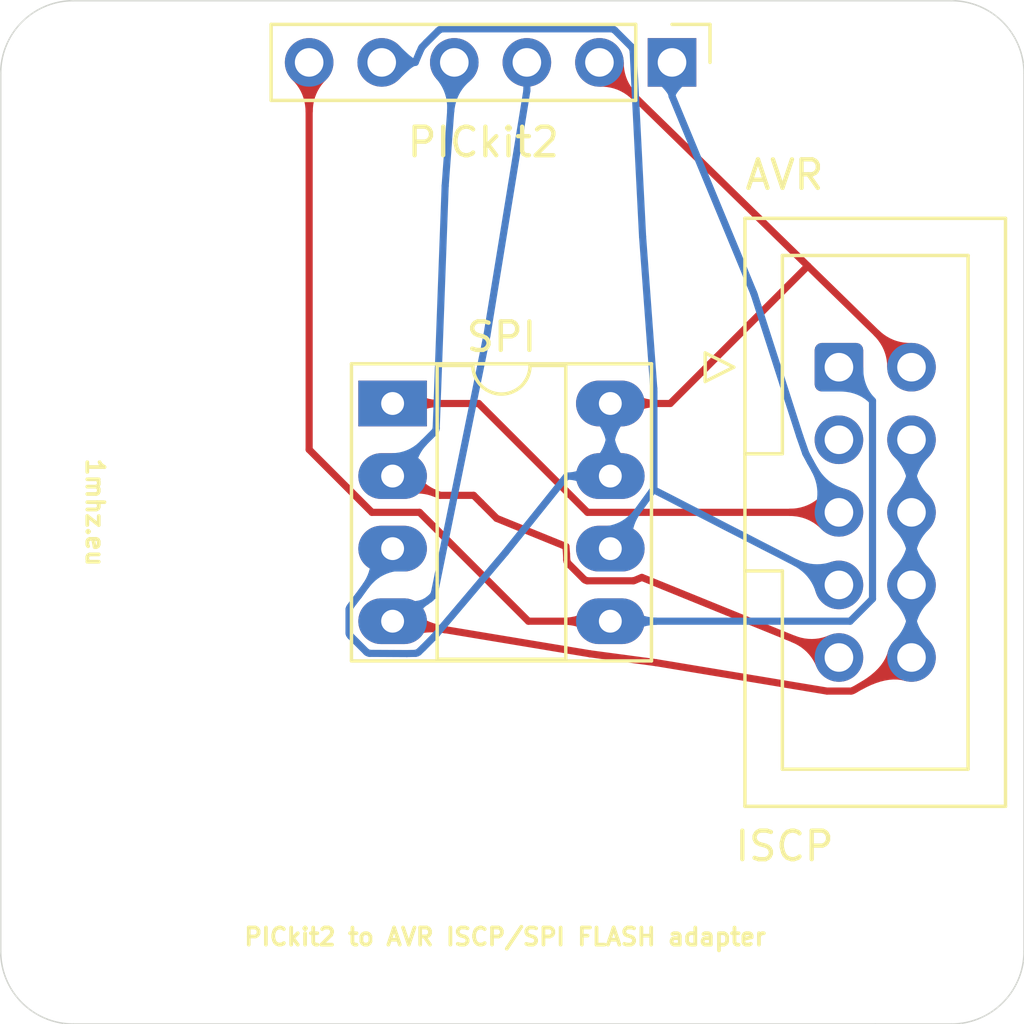
<source format=kicad_pcb>
(kicad_pcb (version 20171130) (host pcbnew 5.1.6)

  (general
    (thickness 1.6)
    (drawings 12)
    (tracks 129)
    (zones 0)
    (modules 7)
    (nets 7)
  )

  (page A4)
  (layers
    (0 F.Cu signal)
    (31 B.Cu signal)
    (32 B.Adhes user)
    (33 F.Adhes user)
    (34 B.Paste user)
    (35 F.Paste user)
    (36 B.SilkS user)
    (37 F.SilkS user)
    (38 B.Mask user)
    (39 F.Mask user)
    (40 Dwgs.User user)
    (41 Cmts.User user)
    (42 Eco1.User user)
    (43 Eco2.User user)
    (44 Edge.Cuts user)
    (45 Margin user)
    (46 B.CrtYd user)
    (47 F.CrtYd user)
    (48 B.Fab user hide)
    (49 F.Fab user)
  )

  (setup
    (last_trace_width 0.25)
    (trace_clearance 0.2)
    (zone_clearance 0.508)
    (zone_45_only no)
    (trace_min 0.2)
    (via_size 0.8)
    (via_drill 0.4)
    (via_min_size 0.4)
    (via_min_drill 0.3)
    (uvia_size 0.3)
    (uvia_drill 0.1)
    (uvias_allowed no)
    (uvia_min_size 0.2)
    (uvia_min_drill 0.1)
    (edge_width 0.05)
    (segment_width 0.2)
    (pcb_text_width 0.3)
    (pcb_text_size 1.5 1.5)
    (mod_edge_width 0.12)
    (mod_text_size 1 1)
    (mod_text_width 0.15)
    (pad_size 3.2 3.2)
    (pad_drill 3.2)
    (pad_to_mask_clearance 0.05)
    (aux_axis_origin 0 0)
    (visible_elements FFFFFF7F)
    (pcbplotparams
      (layerselection 0x030f0_ffffffff)
      (usegerberextensions false)
      (usegerberattributes true)
      (usegerberadvancedattributes true)
      (creategerberjobfile true)
      (excludeedgelayer true)
      (linewidth 0.100000)
      (plotframeref false)
      (viasonmask false)
      (mode 1)
      (useauxorigin false)
      (hpglpennumber 1)
      (hpglpenspeed 20)
      (hpglpendiameter 15.000000)
      (psnegative false)
      (psa4output false)
      (plotreference true)
      (plotvalue true)
      (plotinvisibletext false)
      (padsonsilk false)
      (subtractmaskfromsilk false)
      (outputformat 1)
      (mirror false)
      (drillshape 0)
      (scaleselection 1)
      (outputdirectory ""))
  )

  (net 0 "")
  (net 1 pgm)
  (net 2 pgc)
  (net 3 pgd)
  (net 4 GND)
  (net 5 VDD)
  (net 6 vpp)

  (net_class Default "This is the default net class."
    (clearance 0.2)
    (trace_width 0.25)
    (via_dia 0.8)
    (via_drill 0.4)
    (uvia_dia 0.3)
    (uvia_drill 0.1)
    (add_net GND)
    (add_net VDD)
    (add_net pgc)
    (add_net pgd)
    (add_net pgm)
    (add_net vpp)
  )

  (module MountingHole:MountingHole_3.2mm_M3 (layer F.Cu) (tedit 56D1B4CB) (tstamp 5F52255A)
    (at 105.664 69.088)
    (descr "Mounting Hole 3.2mm, no annular, M3")
    (tags "mounting hole 3.2mm no annular m3")
    (attr virtual)
    (fp_text reference R3 (at 0 -2.413) (layer F.SilkS) hide
      (effects (font (size 1 1) (thickness 0.15)))
    )
    (fp_text value MountingHole_3.2mm_M3 (at 0 4.2) (layer F.Fab) hide
      (effects (font (size 1 1) (thickness 0.15)))
    )
    (fp_text user R3 (at -4.953 0) (layer F.Fab) hide
      (effects (font (size 1 1) (thickness 0.15)))
    )
    (fp_circle (center 0 0) (end 3.2 0) (layer Cmts.User) (width 0.15))
    (fp_circle (center 0 0) (end 3.45 0) (layer F.CrtYd) (width 0.05))
    (pad 1 np_thru_hole circle (at 0 0) (size 3.2 3.2) (drill 3.2) (layers *.Cu *.Mask))
  )

  (module MountingHole:MountingHole_3.2mm_M3 (layer F.Cu) (tedit 56D1B4CB) (tstamp 5F522544)
    (at 76.962 69.088)
    (descr "Mounting Hole 3.2mm, no annular, M3")
    (tags "mounting hole 3.2mm no annular m3")
    (attr virtual)
    (fp_text reference R4 (at 0 -4.2) (layer F.SilkS) hide
      (effects (font (size 1 1) (thickness 0.15)))
    )
    (fp_text value MountingHole_3.2mm_M3 (at 0 4.2) (layer F.Fab) hide
      (effects (font (size 1 1) (thickness 0.15)))
    )
    (fp_text user R4 (at 5.588 0) (layer F.Fab) hide
      (effects (font (size 1 1) (thickness 0.15)))
    )
    (fp_circle (center 0 0) (end 3.2 0) (layer Cmts.User) (width 0.15))
    (fp_circle (center 0 0) (end 3.45 0) (layer F.CrtYd) (width 0.05))
    (pad 1 np_thru_hole circle (at 0 0) (size 3.2 3.2) (drill 3.2) (layers *.Cu *.Mask))
  )

  (module MountingHole:MountingHole_3.2mm_M3 (layer F.Cu) (tedit 56D1B4CB) (tstamp 5F52252E)
    (at 105.664 40.386)
    (descr "Mounting Hole 3.2mm, no annular, M3")
    (tags "mounting hole 3.2mm no annular m3")
    (attr virtual)
    (fp_text reference R2 (at 0 -4.2) (layer F.SilkS) hide
      (effects (font (size 1 1) (thickness 0.15)))
    )
    (fp_text value MountingHole_3.2mm_M3 (at -0.762 5.08) (layer F.Fab) hide
      (effects (font (size 1 1) (thickness 0.15)))
    )
    (fp_text user R2 (at -4.064 0) (layer F.Fab) hide
      (effects (font (size 1 1) (thickness 0.15)))
    )
    (fp_circle (center 0 0) (end 3.2 0) (layer Cmts.User) (width 0.15))
    (fp_circle (center 0 0) (end 3.45 0) (layer F.CrtYd) (width 0.05))
    (pad 1 np_thru_hole circle (at 0 0) (size 3.2 3.2) (drill 3.2) (layers *.Cu *.Mask))
  )

  (module MountingHole:MountingHole_3.2mm_M3 (layer F.Cu) (tedit 56D1B4CB) (tstamp 5F522503)
    (at 76.962 40.386)
    (descr "Mounting Hole 3.2mm, no annular, M3")
    (tags "mounting hole 3.2mm no annular m3")
    (attr virtual)
    (fp_text reference R1 (at 0 -4.2) (layer F.SilkS) hide
      (effects (font (size 1 1) (thickness 0.15)))
    )
    (fp_text value MountingHole_3.2mm_M3 (at 0 4.2) (layer F.Fab) hide
      (effects (font (size 1 1) (thickness 0.15)))
    )
    (fp_text user %R (at 0.3 0) (layer F.Fab)
      (effects (font (size 1 1) (thickness 0.15)))
    )
    (fp_circle (center 0 0) (end 3.2 0) (layer Cmts.User) (width 0.15))
    (fp_circle (center 0 0) (end 3.45 0) (layer F.CrtYd) (width 0.05))
    (pad 1 np_thru_hole circle (at 0 0) (size 3.2 3.2) (drill 3.2) (layers *.Cu *.Mask))
  )

  (module Package_DIP:DIP-8_W7.62mm_Socket_LongPads (layer F.Cu) (tedit 5A02E8C5) (tstamp 5F51C041)
    (at 87.122 50.927)
    (descr "8-lead though-hole mounted DIP package, row spacing 7.62 mm (300 mils), Socket, LongPads")
    (tags "THT DIP DIL PDIP 2.54mm 7.62mm 300mil Socket LongPads")
    (path /5F536D90)
    (fp_text reference SPI (at 3.81 -2.33) (layer F.SilkS)
      (effects (font (size 1 1) (thickness 0.15)))
    )
    (fp_text value Conn_02x04_Top_Bottom (at 3.81 9.95) (layer F.Fab) hide
      (effects (font (size 1 1) (thickness 0.15)))
    )
    (fp_line (start 9.15 -1.6) (end -1.55 -1.6) (layer F.CrtYd) (width 0.05))
    (fp_line (start 9.15 9.2) (end 9.15 -1.6) (layer F.CrtYd) (width 0.05))
    (fp_line (start -1.55 9.2) (end 9.15 9.2) (layer F.CrtYd) (width 0.05))
    (fp_line (start -1.55 -1.6) (end -1.55 9.2) (layer F.CrtYd) (width 0.05))
    (fp_line (start 9.06 -1.39) (end -1.44 -1.39) (layer F.SilkS) (width 0.12))
    (fp_line (start 9.06 9.01) (end 9.06 -1.39) (layer F.SilkS) (width 0.12))
    (fp_line (start -1.44 9.01) (end 9.06 9.01) (layer F.SilkS) (width 0.12))
    (fp_line (start -1.44 -1.39) (end -1.44 9.01) (layer F.SilkS) (width 0.12))
    (fp_line (start 6.06 -1.33) (end 4.81 -1.33) (layer F.SilkS) (width 0.12))
    (fp_line (start 6.06 8.95) (end 6.06 -1.33) (layer F.SilkS) (width 0.12))
    (fp_line (start 1.56 8.95) (end 6.06 8.95) (layer F.SilkS) (width 0.12))
    (fp_line (start 1.56 -1.33) (end 1.56 8.95) (layer F.SilkS) (width 0.12))
    (fp_line (start 2.81 -1.33) (end 1.56 -1.33) (layer F.SilkS) (width 0.12))
    (fp_line (start 8.89 -1.33) (end -1.27 -1.33) (layer F.Fab) (width 0.1))
    (fp_line (start 8.89 8.95) (end 8.89 -1.33) (layer F.Fab) (width 0.1))
    (fp_line (start -1.27 8.95) (end 8.89 8.95) (layer F.Fab) (width 0.1))
    (fp_line (start -1.27 -1.33) (end -1.27 8.95) (layer F.Fab) (width 0.1))
    (fp_line (start 0.635 -0.27) (end 1.635 -1.27) (layer F.Fab) (width 0.1))
    (fp_line (start 0.635 8.89) (end 0.635 -0.27) (layer F.Fab) (width 0.1))
    (fp_line (start 6.985 8.89) (end 0.635 8.89) (layer F.Fab) (width 0.1))
    (fp_line (start 6.985 -1.27) (end 6.985 8.89) (layer F.Fab) (width 0.1))
    (fp_line (start 1.635 -1.27) (end 6.985 -1.27) (layer F.Fab) (width 0.1))
    (fp_text user %R (at 3.81 3.81) (layer F.Fab)
      (effects (font (size 1 1) (thickness 0.15)))
    )
    (fp_arc (start 3.81 -1.33) (end 2.81 -1.33) (angle -180) (layer F.SilkS) (width 0.12))
    (pad 8 thru_hole oval (at 7.62 0) (size 2.4 1.6) (drill 0.8) (layers *.Cu *.Mask)
      (net 5 VDD))
    (pad 4 thru_hole oval (at 0 7.62) (size 2.4 1.6) (drill 0.8) (layers *.Cu *.Mask)
      (net 4 GND))
    (pad 7 thru_hole oval (at 7.62 2.54) (size 2.4 1.6) (drill 0.8) (layers *.Cu *.Mask)
      (net 5 VDD))
    (pad 3 thru_hole oval (at 0 5.08) (size 2.4 1.6) (drill 0.8) (layers *.Cu *.Mask)
      (net 5 VDD))
    (pad 6 thru_hole oval (at 7.62 5.08) (size 2.4 1.6) (drill 0.8) (layers *.Cu *.Mask)
      (net 2 pgc))
    (pad 2 thru_hole oval (at 0 2.54) (size 2.4 1.6) (drill 0.8) (layers *.Cu *.Mask)
      (net 3 pgd))
    (pad 5 thru_hole oval (at 7.62 7.62) (size 2.4 1.6) (drill 0.8) (layers *.Cu *.Mask)
      (net 1 pgm))
    (pad 1 thru_hole rect (at 0 0) (size 2.4 1.6) (drill 0.8) (layers *.Cu *.Mask)
      (net 6 vpp))
    (model ${KISYS3DMOD}/Package_DIP.3dshapes/DIP-8_W7.62mm_Socket.wrl
      (at (xyz 0 0 0))
      (scale (xyz 1 1 1))
      (rotate (xyz 0 0 0))
    )
  )

  (module Connector_IDC:IDC-Header_2x05_P2.54mm_Vertical (layer F.Cu) (tedit 5EAC9A07) (tstamp 5F5163D8)
    (at 102.743 49.657)
    (descr "Through hole IDC box header, 2x05, 2.54mm pitch, DIN 41651 / IEC 60603-13, double rows, https://docs.google.com/spreadsheets/d/16SsEcesNF15N3Lb4niX7dcUr-NY5_MFPQhobNuNppn4/edit#gid=0")
    (tags "Through hole vertical IDC box header THT 2x05 2.54mm double row")
    (path /5F47F647)
    (fp_text reference AVR (at -1.905 -6.731) (layer F.SilkS)
      (effects (font (size 1 1) (thickness 0.15)))
    )
    (fp_text value "AVR ISP" (at 1.397 13.208) (layer F.Fab) hide
      (effects (font (size 1 1) (thickness 0.15)))
    )
    (fp_line (start -3.18 -4.1) (end -2.18 -5.1) (layer F.Fab) (width 0.1))
    (fp_line (start -2.18 -5.1) (end 5.72 -5.1) (layer F.Fab) (width 0.1))
    (fp_line (start 5.72 -5.1) (end 5.72 15.26) (layer F.Fab) (width 0.1))
    (fp_line (start 5.72 15.26) (end -3.18 15.26) (layer F.Fab) (width 0.1))
    (fp_line (start -3.18 15.26) (end -3.18 -4.1) (layer F.Fab) (width 0.1))
    (fp_line (start -3.18 3.03) (end -1.98 3.03) (layer F.Fab) (width 0.1))
    (fp_line (start -1.98 3.03) (end -1.98 -3.91) (layer F.Fab) (width 0.1))
    (fp_line (start -1.98 -3.91) (end 4.52 -3.91) (layer F.Fab) (width 0.1))
    (fp_line (start 4.52 -3.91) (end 4.52 14.07) (layer F.Fab) (width 0.1))
    (fp_line (start 4.52 14.07) (end -1.98 14.07) (layer F.Fab) (width 0.1))
    (fp_line (start -1.98 14.07) (end -1.98 7.13) (layer F.Fab) (width 0.1))
    (fp_line (start -1.98 7.13) (end -1.98 7.13) (layer F.Fab) (width 0.1))
    (fp_line (start -1.98 7.13) (end -3.18 7.13) (layer F.Fab) (width 0.1))
    (fp_line (start -3.29 -5.21) (end 5.83 -5.21) (layer F.SilkS) (width 0.12))
    (fp_line (start 5.83 -5.21) (end 5.83 15.37) (layer F.SilkS) (width 0.12))
    (fp_line (start 5.83 15.37) (end -3.29 15.37) (layer F.SilkS) (width 0.12))
    (fp_line (start -3.29 15.37) (end -3.29 -5.21) (layer F.SilkS) (width 0.12))
    (fp_line (start -3.29 3.03) (end -1.98 3.03) (layer F.SilkS) (width 0.12))
    (fp_line (start -1.98 3.03) (end -1.98 -3.91) (layer F.SilkS) (width 0.12))
    (fp_line (start -1.98 -3.91) (end 4.52 -3.91) (layer F.SilkS) (width 0.12))
    (fp_line (start 4.52 -3.91) (end 4.52 14.07) (layer F.SilkS) (width 0.12))
    (fp_line (start 4.52 14.07) (end -1.98 14.07) (layer F.SilkS) (width 0.12))
    (fp_line (start -1.98 14.07) (end -1.98 7.13) (layer F.SilkS) (width 0.12))
    (fp_line (start -1.98 7.13) (end -1.98 7.13) (layer F.SilkS) (width 0.12))
    (fp_line (start -1.98 7.13) (end -3.29 7.13) (layer F.SilkS) (width 0.12))
    (fp_line (start -3.68 0) (end -4.68 -0.5) (layer F.SilkS) (width 0.12))
    (fp_line (start -4.68 -0.5) (end -4.68 0.5) (layer F.SilkS) (width 0.12))
    (fp_line (start -4.68 0.5) (end -3.68 0) (layer F.SilkS) (width 0.12))
    (fp_line (start -3.68 -5.6) (end -3.68 15.76) (layer F.CrtYd) (width 0.05))
    (fp_line (start -3.68 15.76) (end 6.22 15.76) (layer F.CrtYd) (width 0.05))
    (fp_line (start 6.22 15.76) (end 6.22 -5.6) (layer F.CrtYd) (width 0.05))
    (fp_line (start 6.22 -5.6) (end -3.68 -5.6) (layer F.CrtYd) (width 0.05))
    (fp_text user %R (at 1.27 5.08 90) (layer F.Fab)
      (effects (font (size 1 1) (thickness 0.15)))
    )
    (pad 10 thru_hole circle (at 2.54 10.16) (size 1.7 1.7) (drill 1) (layers *.Cu *.Mask)
      (net 4 GND))
    (pad 8 thru_hole circle (at 2.54 7.62) (size 1.7 1.7) (drill 1) (layers *.Cu *.Mask)
      (net 4 GND))
    (pad 6 thru_hole circle (at 2.54 5.08) (size 1.7 1.7) (drill 1) (layers *.Cu *.Mask)
      (net 4 GND))
    (pad 4 thru_hole circle (at 2.54 2.54) (size 1.7 1.7) (drill 1) (layers *.Cu *.Mask)
      (net 4 GND))
    (pad 2 thru_hole circle (at 2.54 0) (size 1.7 1.7) (drill 1) (layers *.Cu *.Mask)
      (net 5 VDD))
    (pad 9 thru_hole circle (at 0 10.16) (size 1.7 1.7) (drill 1) (layers *.Cu *.Mask)
      (net 3 pgd))
    (pad 7 thru_hole circle (at 0 7.62) (size 1.7 1.7) (drill 1) (layers *.Cu *.Mask)
      (net 2 pgc))
    (pad 5 thru_hole circle (at 0 5.08) (size 1.7 1.7) (drill 1) (layers *.Cu *.Mask)
      (net 6 vpp))
    (pad 3 thru_hole circle (at 0 2.54) (size 1.7 1.7) (drill 1) (layers *.Cu *.Mask))
    (pad 1 thru_hole roundrect (at 0 0) (size 1.7 1.7) (drill 1) (layers *.Cu *.Mask) (roundrect_rratio 0.147059)
      (net 1 pgm))
    (model ${KISYS3DMOD}/Connector_IDC.3dshapes/IDC-Header_2x05_P2.54mm_Vertical.wrl
      (at (xyz 0 0 0))
      (scale (xyz 1 1 1))
      (rotate (xyz 0 0 0))
    )
  )

  (module Connector_PinHeader_2.54mm:PinHeader_1x06_P2.54mm_Vertical (layer F.Cu) (tedit 59FED5CC) (tstamp 5F5163A9)
    (at 96.901 38.989 270)
    (descr "Through hole straight pin header, 1x06, 2.54mm pitch, single row")
    (tags "Through hole pin header THT 1x06 2.54mm single row")
    (path /5F4806F2)
    (fp_text reference PICkit2 (at 2.794 6.604) (layer F.SilkS)
      (effects (font (size 1 1) (thickness 0.15)))
    )
    (fp_text value Conn_PIC_ICSP_ICD (at 0 15.03 90) (layer F.Fab) hide
      (effects (font (size 1 1) (thickness 0.15)))
    )
    (fp_line (start -0.635 -1.27) (end 1.27 -1.27) (layer F.Fab) (width 0.1))
    (fp_line (start 1.27 -1.27) (end 1.27 13.97) (layer F.Fab) (width 0.1))
    (fp_line (start 1.27 13.97) (end -1.27 13.97) (layer F.Fab) (width 0.1))
    (fp_line (start -1.27 13.97) (end -1.27 -0.635) (layer F.Fab) (width 0.1))
    (fp_line (start -1.27 -0.635) (end -0.635 -1.27) (layer F.Fab) (width 0.1))
    (fp_line (start -1.33 14.03) (end 1.33 14.03) (layer F.SilkS) (width 0.12))
    (fp_line (start -1.33 1.27) (end -1.33 14.03) (layer F.SilkS) (width 0.12))
    (fp_line (start 1.33 1.27) (end 1.33 14.03) (layer F.SilkS) (width 0.12))
    (fp_line (start -1.33 1.27) (end 1.33 1.27) (layer F.SilkS) (width 0.12))
    (fp_line (start -1.33 0) (end -1.33 -1.33) (layer F.SilkS) (width 0.12))
    (fp_line (start -1.33 -1.33) (end 0 -1.33) (layer F.SilkS) (width 0.12))
    (fp_line (start -1.8 -1.8) (end -1.8 14.5) (layer F.CrtYd) (width 0.05))
    (fp_line (start -1.8 14.5) (end 1.8 14.5) (layer F.CrtYd) (width 0.05))
    (fp_line (start 1.8 14.5) (end 1.8 -1.8) (layer F.CrtYd) (width 0.05))
    (fp_line (start 1.8 -1.8) (end -1.8 -1.8) (layer F.CrtYd) (width 0.05))
    (fp_text user %R (at 0 6.35) (layer F.Fab)
      (effects (font (size 1 1) (thickness 0.15)))
    )
    (pad 6 thru_hole oval (at 0 12.7 270) (size 1.7 1.7) (drill 1) (layers *.Cu *.Mask)
      (net 1 pgm))
    (pad 5 thru_hole oval (at 0 10.16 270) (size 1.7 1.7) (drill 1) (layers *.Cu *.Mask)
      (net 2 pgc))
    (pad 4 thru_hole oval (at 0 7.62 270) (size 1.7 1.7) (drill 1) (layers *.Cu *.Mask)
      (net 3 pgd))
    (pad 3 thru_hole oval (at 0 5.08 270) (size 1.7 1.7) (drill 1) (layers *.Cu *.Mask)
      (net 4 GND))
    (pad 2 thru_hole oval (at 0 2.54 270) (size 1.7 1.7) (drill 1) (layers *.Cu *.Mask)
      (net 5 VDD))
    (pad 1 thru_hole rect (at 0 0 270) (size 1.7 1.7) (drill 1) (layers *.Cu *.Mask)
      (net 6 vpp))
    (model ${KISYS3DMOD}/Connector_PinHeader_2.54mm.3dshapes/PinHeader_1x06_P2.54mm_Vertical.wrl
      (at (xyz 0 0 0))
      (scale (xyz 1 1 1))
      (rotate (xyz 0 0 0))
    )
  )

  (gr_text ISCP (at 100.838 66.421) (layer F.SilkS)
    (effects (font (size 1 1) (thickness 0.15)))
  )
  (gr_text 1mhz.eu (at 76.708 54.737 -90) (layer F.SilkS)
    (effects (font (size 0.6 0.6) (thickness 0.13)))
  )
  (gr_text "PICkit2 to AVR ISCP/SPI FLASH adapter" (at 91.059 69.596) (layer F.SilkS)
    (effects (font (size 0.6 0.6) (thickness 0.13)))
  )
  (gr_line (start 75.946 72.644) (end 104.013 72.644) (layer Edge.Cuts) (width 0.05) (tstamp 5F51BBFA))
  (gr_line (start 73.406 39.37) (end 73.406 70.104) (layer Edge.Cuts) (width 0.05) (tstamp 5F51BBF9))
  (gr_line (start 106.68 36.83) (end 75.946 36.83) (layer Edge.Cuts) (width 0.05) (tstamp 5F51BBF8))
  (gr_line (start 109.22 70.104) (end 109.22 39.37) (layer Edge.Cuts) (width 0.05) (tstamp 5F51BBF7))
  (gr_arc (start 75.946 70.104) (end 73.406 70.104) (angle -90) (layer Edge.Cuts) (width 0.05) (tstamp 5F51B921))
  (gr_arc (start 106.68 70.104) (end 106.68 72.644) (angle -90) (layer Edge.Cuts) (width 0.05) (tstamp 5F51B921))
  (gr_line (start 104.013 72.644) (end 106.68 72.644) (layer Edge.Cuts) (width 0.05) (tstamp 5F51B920))
  (gr_arc (start 106.68 39.37) (end 109.22 39.37) (angle -90) (layer Edge.Cuts) (width 0.05) (tstamp 5F51B921))
  (gr_arc (start 75.946 39.37) (end 75.946 36.83) (angle -90) (layer Edge.Cuts) (width 0.05) (tstamp 5F5165C5))

  (segment (start 102.743 49.657) (end 103.9184 50.8324) (width 0.25) (layer B.Cu) (net 1))
  (segment (start 103.9184 50.8324) (end 103.9184 57.7641) (width 0.25) (layer B.Cu) (net 1))
  (segment (start 103.9184 57.7641) (end 103.1355 58.547) (width 0.25) (layer B.Cu) (net 1))
  (segment (start 103.1355 58.547) (end 94.742 58.547) (width 0.25) (layer B.Cu) (net 1))
  (segment (start 84.201 38.989) (end 84.201 52.5399) (width 0.25) (layer F.Cu) (net 1))
  (segment (start 84.201 52.5399) (end 86.3981 54.737) (width 0.25) (layer F.Cu) (net 1))
  (segment (start 86.3981 54.737) (end 88.0648 54.737) (width 0.25) (layer F.Cu) (net 1))
  (segment (start 88.0648 54.737) (end 91.8748 58.547) (width 0.25) (layer F.Cu) (net 1))
  (segment (start 91.8748 58.547) (end 94.742 58.547) (width 0.25) (layer F.Cu) (net 1))
  (segment (start 96.2467 53.9393) (end 96.2174 53.9831) (width 0.25) (layer B.Cu) (net 2))
  (segment (start 96.2174 53.9831) (end 96.2117 53.9888) (width 0.25) (layer B.Cu) (net 2))
  (segment (start 96.2117 53.9888) (end 94.742 56.007) (width 0.25) (layer B.Cu) (net 2))
  (segment (start 87.9163 38.989) (end 88.0547 38.6571) (width 0.25) (layer B.Cu) (net 2))
  (segment (start 88.0547 38.6571) (end 88.1277 38.4968) (width 0.25) (layer B.Cu) (net 2))
  (segment (start 88.1277 38.4968) (end 88.1506 38.4575) (width 0.25) (layer B.Cu) (net 2))
  (segment (start 88.1506 38.4575) (end 88.3102 38.2886) (width 0.25) (layer B.Cu) (net 2))
  (segment (start 88.3102 38.2886) (end 88.7186 37.8841) (width 0.25) (layer B.Cu) (net 2))
  (segment (start 88.7186 37.8841) (end 88.767 37.8473) (width 0.25) (layer B.Cu) (net 2))
  (segment (start 88.767 37.8473) (end 88.7941 37.8319) (width 0.25) (layer B.Cu) (net 2))
  (segment (start 88.7941 37.8319) (end 88.8475 37.8157) (width 0.25) (layer B.Cu) (net 2))
  (segment (start 88.8475 37.8157) (end 88.8577 37.8137) (width 0.25) (layer B.Cu) (net 2))
  (segment (start 88.8577 37.8137) (end 94.7843 37.8137) (width 0.25) (layer B.Cu) (net 2))
  (segment (start 94.7843 37.8137) (end 94.8231 37.8214) (width 0.25) (layer B.Cu) (net 2))
  (segment (start 94.8231 37.8214) (end 94.8543 37.8343) (width 0.25) (layer B.Cu) (net 2))
  (segment (start 94.8543 37.8343) (end 94.8973 37.8631) (width 0.25) (layer B.Cu) (net 2))
  (segment (start 94.8973 37.8631) (end 95.4851 38.4509) (width 0.25) (layer B.Cu) (net 2))
  (segment (start 95.4851 38.4509) (end 95.5107 38.4882) (width 0.25) (layer B.Cu) (net 2))
  (segment (start 95.5107 38.4882) (end 95.5247 38.5197) (width 0.25) (layer B.Cu) (net 2))
  (segment (start 95.5247 38.5197) (end 95.5329 38.5538) (width 0.25) (layer B.Cu) (net 2))
  (segment (start 95.5329 38.5538) (end 95.5422 38.619) (width 0.25) (layer B.Cu) (net 2))
  (segment (start 95.5422 38.619) (end 95.8709 45.0833) (width 0.25) (layer B.Cu) (net 2))
  (segment (start 95.8709 45.0833) (end 96.2629 50.4008) (width 0.25) (layer B.Cu) (net 2))
  (segment (start 96.2629 50.4008) (end 96.2673 50.5202) (width 0.25) (layer B.Cu) (net 2))
  (segment (start 96.2673 50.5202) (end 96.2673 53.8694) (width 0.25) (layer B.Cu) (net 2))
  (segment (start 96.2673 53.8694) (end 96.2596 53.9081) (width 0.25) (layer B.Cu) (net 2))
  (segment (start 96.2596 53.9081) (end 96.2467 53.9393) (width 0.25) (layer B.Cu) (net 2))
  (segment (start 102.743 57.277) (end 96.2467 53.9393) (width 0.25) (layer B.Cu) (net 2))
  (segment (start 86.741 38.989) (end 87.9163 38.989) (width 0.25) (layer B.Cu) (net 2))
  (segment (start 87.122 53.467) (end 88.7827 54.1421) (width 0.25) (layer F.Cu) (net 3))
  (segment (start 88.7827 54.1421) (end 89.9587 54.1421) (width 0.25) (layer F.Cu) (net 3))
  (segment (start 89.9587 54.1421) (end 90.2224 54.4058) (width 0.25) (layer F.Cu) (net 3))
  (segment (start 90.2224 54.4058) (end 90.7641 54.9475) (width 0.25) (layer F.Cu) (net 3))
  (segment (start 90.7641 54.9475) (end 93.1899 55.9336) (width 0.25) (layer F.Cu) (net 3))
  (segment (start 93.1899 55.9336) (end 93.2087 56.1874) (width 0.25) (layer F.Cu) (net 3))
  (segment (start 93.2087 56.1874) (end 93.2167 56.4023) (width 0.25) (layer F.Cu) (net 3))
  (segment (start 93.2167 56.4023) (end 93.2259 56.4486) (width 0.25) (layer F.Cu) (net 3))
  (segment (start 93.2259 56.4486) (end 93.2436 56.4914) (width 0.25) (layer F.Cu) (net 3))
  (segment (start 93.2436 56.4914) (end 93.2613 56.5178) (width 0.25) (layer F.Cu) (net 3))
  (segment (start 93.2613 56.5178) (end 93.8258 57.0823) (width 0.25) (layer F.Cu) (net 3))
  (segment (start 93.8258 57.0823) (end 93.8619 57.1065) (width 0.25) (layer F.Cu) (net 3))
  (segment (start 93.8619 57.1065) (end 93.9086 57.1258) (width 0.25) (layer F.Cu) (net 3))
  (segment (start 93.9086 57.1258) (end 93.9414 57.1323) (width 0.25) (layer F.Cu) (net 3))
  (segment (start 93.9414 57.1323) (end 95.5423 57.1323) (width 0.25) (layer F.Cu) (net 3))
  (segment (start 95.5423 57.1323) (end 95.5781 57.1252) (width 0.25) (layer F.Cu) (net 3))
  (segment (start 95.5781 57.1252) (end 95.8396 57.0169) (width 0.25) (layer F.Cu) (net 3))
  (segment (start 95.8396 57.0169) (end 95.8497 57.0148) (width 0.25) (layer F.Cu) (net 3))
  (segment (start 95.8497 57.0148) (end 102.743 59.817) (width 0.25) (layer F.Cu) (net 3))
  (segment (start 89.281 38.989) (end 88.9614 43.3138) (width 0.25) (layer B.Cu) (net 3))
  (segment (start 88.9614 43.3138) (end 88.6472 51.7925) (width 0.25) (layer B.Cu) (net 3))
  (segment (start 88.6472 51.7925) (end 88.6388 51.8344) (width 0.25) (layer B.Cu) (net 3))
  (segment (start 88.6388 51.8344) (end 88.6199 51.8802) (width 0.25) (layer B.Cu) (net 3))
  (segment (start 88.6199 51.8802) (end 88.6017 51.9074) (width 0.25) (layer B.Cu) (net 3))
  (segment (start 88.6017 51.9074) (end 88.222 52.2871) (width 0.25) (layer B.Cu) (net 3))
  (segment (start 88.222 52.2871) (end 87.122 53.467) (width 0.25) (layer B.Cu) (net 3))
  (segment (start 91.821 39.9777) (end 90.4256 48.5325) (width 0.25) (layer B.Cu) (net 4))
  (segment (start 90.4256 48.5325) (end 88.5892 57.5441) (width 0.25) (layer B.Cu) (net 4))
  (segment (start 88.5892 57.5441) (end 88.5744 57.5921) (width 0.25) (layer B.Cu) (net 4))
  (segment (start 88.5744 57.5921) (end 88.5646 57.6152) (width 0.25) (layer B.Cu) (net 4))
  (segment (start 88.5646 57.6152) (end 88.5466 57.6441) (width 0.25) (layer B.Cu) (net 4))
  (segment (start 88.5466 57.6441) (end 88.5177 57.6772) (width 0.25) (layer B.Cu) (net 4))
  (segment (start 88.5177 57.6772) (end 88.4573 57.7365) (width 0.25) (layer B.Cu) (net 4))
  (segment (start 88.4573 57.7365) (end 88.408 57.7776) (width 0.25) (layer B.Cu) (net 4))
  (segment (start 88.408 57.7776) (end 88.3024 57.8525) (width 0.25) (layer B.Cu) (net 4))
  (segment (start 88.3024 57.8525) (end 87.2967 58.4521) (width 0.25) (layer B.Cu) (net 4))
  (segment (start 87.2967 58.4521) (end 87.122 58.547) (width 0.25) (layer B.Cu) (net 4))
  (segment (start 91.821 38.989) (end 91.821 39.9777) (width 0.25) (layer B.Cu) (net 4))
  (segment (start 105.283 59.817) (end 104.993 59.9721) (width 0.25) (layer F.Cu) (net 4))
  (segment (start 104.993 59.9721) (end 103.2909 60.9424) (width 0.25) (layer F.Cu) (net 4))
  (segment (start 103.2909 60.9424) (end 103.2305 60.974) (width 0.25) (layer F.Cu) (net 4))
  (segment (start 103.2305 60.974) (end 103.1765 60.9903) (width 0.25) (layer F.Cu) (net 4))
  (segment (start 103.1765 60.9903) (end 103.1666 60.9923) (width 0.25) (layer F.Cu) (net 4))
  (segment (start 103.1666 60.9923) (end 102.3214 60.9923) (width 0.25) (layer F.Cu) (net 4))
  (segment (start 102.3214 60.9923) (end 96.3262 59.9951) (width 0.25) (layer F.Cu) (net 4))
  (segment (start 96.3262 59.9951) (end 94.0376 59.6885) (width 0.25) (layer F.Cu) (net 4))
  (segment (start 94.0376 59.6885) (end 87.3927 58.5833) (width 0.25) (layer F.Cu) (net 4))
  (segment (start 87.3927 58.5833) (end 87.122 58.547) (width 0.25) (layer F.Cu) (net 4))
  (segment (start 105.283 57.277) (end 105.283 59.817) (width 0.25) (layer B.Cu) (net 4))
  (segment (start 105.283 54.737) (end 105.283 57.277) (width 0.25) (layer B.Cu) (net 4))
  (segment (start 105.283 52.197) (end 105.283 54.737) (width 0.25) (layer B.Cu) (net 4))
  (segment (start 101.654 46.1124) (end 94.361 38.989) (width 0.25) (layer F.Cu) (net 5))
  (segment (start 105.283 49.657) (end 101.654 46.1124) (width 0.25) (layer F.Cu) (net 5))
  (segment (start 94.742 50.927) (end 96.8394 50.927) (width 0.25) (layer F.Cu) (net 5))
  (segment (start 96.8394 50.927) (end 101.654 46.1124) (width 0.25) (layer F.Cu) (net 5))
  (segment (start 94.742 50.927) (end 94.742 53.467) (width 0.25) (layer B.Cu) (net 5))
  (segment (start 94.742 53.467) (end 93.2167 53.467) (width 0.25) (layer B.Cu) (net 5))
  (segment (start 87.122 56.007) (end 85.9373 57.647) (width 0.25) (layer B.Cu) (net 5))
  (segment (start 85.9373 57.647) (end 85.7484 57.8876) (width 0.25) (layer B.Cu) (net 5))
  (segment (start 85.7484 57.8876) (end 85.6355 58.0446) (width 0.25) (layer B.Cu) (net 5))
  (segment (start 85.6355 58.0446) (end 85.6127 58.0865) (width 0.25) (layer B.Cu) (net 5))
  (segment (start 85.6127 58.0865) (end 85.5967 58.1327) (width 0.25) (layer B.Cu) (net 5))
  (segment (start 85.5967 58.1327) (end 85.5967 58.9494) (width 0.25) (layer B.Cu) (net 5))
  (segment (start 85.5967 58.9494) (end 85.6044 58.9881) (width 0.25) (layer B.Cu) (net 5))
  (segment (start 85.6044 58.9881) (end 85.6173 59.0193) (width 0.25) (layer B.Cu) (net 5))
  (segment (start 85.6173 59.0193) (end 85.6466 59.0631) (width 0.25) (layer B.Cu) (net 5))
  (segment (start 85.6466 59.0631) (end 86.2058 59.6223) (width 0.25) (layer B.Cu) (net 5))
  (segment (start 86.2058 59.6223) (end 86.2419 59.6465) (width 0.25) (layer B.Cu) (net 5))
  (segment (start 86.2419 59.6465) (end 86.2853 59.6644) (width 0.25) (layer B.Cu) (net 5))
  (segment (start 86.2853 59.6644) (end 86.3252 59.6724) (width 0.25) (layer B.Cu) (net 5))
  (segment (start 86.3252 59.6724) (end 87.6193 59.6788) (width 0.25) (layer B.Cu) (net 5))
  (segment (start 87.6193 59.6788) (end 87.9159 59.673) (width 0.25) (layer B.Cu) (net 5))
  (segment (start 87.9159 59.673) (end 87.961 59.6631) (width 0.25) (layer B.Cu) (net 5))
  (segment (start 87.961 59.6631) (end 87.9894 59.6523) (width 0.25) (layer B.Cu) (net 5))
  (segment (start 87.9894 59.6523) (end 88.0308 59.6291) (width 0.25) (layer B.Cu) (net 5))
  (segment (start 88.0308 59.6291) (end 88.1907 59.4757) (width 0.25) (layer B.Cu) (net 5))
  (segment (start 88.1907 59.4757) (end 88.5728 59.0896) (width 0.25) (layer B.Cu) (net 5))
  (segment (start 88.5728 59.0896) (end 88.6559 58.9963) (width 0.25) (layer B.Cu) (net 5))
  (segment (start 88.6559 58.9963) (end 91.0681 56.145) (width 0.25) (layer B.Cu) (net 5))
  (segment (start 91.0681 56.145) (end 93.2167 53.467) (width 0.25) (layer B.Cu) (net 5))
  (segment (start 102.743 54.737) (end 93.9433 54.737) (width 0.25) (layer F.Cu) (net 6))
  (segment (start 93.9433 54.737) (end 90.1333 50.927) (width 0.25) (layer F.Cu) (net 6))
  (segment (start 90.1333 50.927) (end 87.122 50.927) (width 0.25) (layer F.Cu) (net 6))
  (segment (start 96.901 38.989) (end 96.901 40.1643) (width 0.25) (layer B.Cu) (net 6))
  (segment (start 96.901 40.1643) (end 99.7552 47.0516) (width 0.25) (layer B.Cu) (net 6))
  (segment (start 99.7552 47.0516) (end 99.7804 47.1197) (width 0.25) (layer B.Cu) (net 6))
  (segment (start 99.7804 47.1197) (end 101.3727 52.0763) (width 0.25) (layer B.Cu) (net 6))
  (segment (start 101.3727 52.0763) (end 101.582 52.6747) (width 0.25) (layer B.Cu) (net 6))
  (segment (start 101.582 52.6747) (end 101.7446 52.9791) (width 0.25) (layer B.Cu) (net 6))
  (segment (start 101.7446 52.9791) (end 102.7425 54.7359) (width 0.25) (layer B.Cu) (net 6))
  (segment (start 102.7425 54.7359) (end 102.743 54.737) (width 0.25) (layer B.Cu) (net 6))

  (zone (net 1) (net_name pgm) (layer B.Cu) (tstamp 0) (hatch edge 0.508)
    (priority 16962)
    (connect_pads yes (clearance 0.2))
    (min_thickness 0.0254)
    (fill yes (arc_segments 32) (thermal_gap 0.508) (thermal_bridge_width 0.508))
    (polygon
      (pts
        (xy 104.006788 50.744011) (xy 103.926975 50.657551) (xy 103.855702 50.566338) (xy 103.792969 50.470371) (xy 103.738776 50.369651)
        (xy 103.693123 50.264177) (xy 103.65601 50.153949) (xy 103.627437 50.038967) (xy 103.607404 49.919232) (xy 103.59591 49.794742)
        (xy 103.592957 49.6655) (xy 102.44248 49.35648) (xy 102.7515 50.506957) (xy 102.880742 50.50991) (xy 103.005232 50.521404)
        (xy 103.124967 50.541437) (xy 103.239949 50.57001) (xy 103.350177 50.607123) (xy 103.455651 50.652776) (xy 103.556371 50.706969)
        (xy 103.652338 50.769702) (xy 103.743551 50.840975) (xy 103.830011 50.920788)
      )
    )
    (filled_polygon
      (pts
        (xy 103.580477 49.675298) (xy 103.583213 49.795032) (xy 103.583264 49.79591) (xy 103.594758 49.9204) (xy 103.594878 49.921328)
        (xy 103.614911 50.041063) (xy 103.615112 50.04203) (xy 103.643685 50.157012) (xy 103.643974 50.158001) (xy 103.681087 50.268229)
        (xy 103.681468 50.269222) (xy 103.727121 50.374696) (xy 103.727592 50.375669) (xy 103.781785 50.476389) (xy 103.782339 50.47732)
        (xy 103.845072 50.573287) (xy 103.845695 50.574158) (xy 103.916968 50.665371) (xy 103.917643 50.666165) (xy 103.98918 50.743659)
        (xy 103.829659 50.90318) (xy 103.752165 50.831643) (xy 103.751371 50.830968) (xy 103.660158 50.759695) (xy 103.659287 50.759072)
        (xy 103.56332 50.696339) (xy 103.562389 50.695785) (xy 103.461669 50.641592) (xy 103.460696 50.641121) (xy 103.355222 50.595468)
        (xy 103.354229 50.595087) (xy 103.244001 50.557974) (xy 103.243012 50.557685) (xy 103.12803 50.529112) (xy 103.127063 50.528911)
        (xy 103.007328 50.508878) (xy 103.0064 50.508758) (xy 102.88191 50.497264) (xy 102.881032 50.497213) (xy 102.761298 50.494477)
        (xy 102.460459 49.374459)
      )
    )
  )
  (zone (net 1) (net_name pgm) (layer B.Cu) (tstamp 0) (hatch edge 0.508)
    (priority 16962)
    (connect_pads yes (clearance 0.2))
    (min_thickness 0.0254)
    (fill yes (arc_segments 32) (thermal_gap 0.508) (thermal_bridge_width 0.508))
    (polygon
      (pts
        (xy 96.371585 58.422001) (xy 96.247262 58.41765) (xy 96.12705 58.4046) (xy 96.010948 58.38285) (xy 95.898956 58.3524)
        (xy 95.791074 58.31325) (xy 95.687302 58.2654) (xy 95.58764 58.20885) (xy 95.492088 58.1436) (xy 95.400646 58.06965)
        (xy 95.313314 57.987) (xy 94.342 58.547) (xy 95.313314 59.107) (xy 95.400646 59.024349) (xy 95.492088 58.950399)
        (xy 95.58764 58.885149) (xy 95.687302 58.828599) (xy 95.791074 58.780749) (xy 95.898956 58.741599) (xy 96.010948 58.711149)
        (xy 96.12705 58.689399) (xy 96.247262 58.676349) (xy 96.371585 58.671999)
      )
    )
    (filled_polygon
      (pts
        (xy 95.391916 58.078874) (xy 95.39266 58.079525) (xy 95.484102 58.153475) (xy 95.484926 58.154088) (xy 95.580478 58.219338)
        (xy 95.581372 58.219896) (xy 95.681034 58.276446) (xy 95.681984 58.276933) (xy 95.785756 58.324783) (xy 95.786742 58.325188)
        (xy 95.894624 58.364338) (xy 95.895624 58.364655) (xy 96.007616 58.395105) (xy 96.00861 58.395333) (xy 96.124712 58.417083)
        (xy 96.125679 58.417226) (xy 96.245891 58.430276) (xy 96.246818 58.430342) (xy 96.358885 58.434264) (xy 96.358885 58.659736)
        (xy 96.246818 58.663657) (xy 96.245891 58.663723) (xy 96.125679 58.676773) (xy 96.124712 58.676916) (xy 96.00861 58.698666)
        (xy 96.007616 58.698894) (xy 95.895624 58.729344) (xy 95.894624 58.729661) (xy 95.786742 58.768811) (xy 95.785756 58.769216)
        (xy 95.681984 58.817066) (xy 95.681034 58.817553) (xy 95.581372 58.874103) (xy 95.580478 58.874661) (xy 95.484926 58.939911)
        (xy 95.484102 58.940524) (xy 95.39266 59.014474) (xy 95.391916 59.015125) (xy 95.311458 59.091271) (xy 94.367426 58.547)
        (xy 95.311458 58.002729)
      )
    )
  )
  (zone (net 1) (net_name pgm) (layer F.Cu) (tstamp 0) (hatch edge 0.508)
    (priority 16962)
    (connect_pads yes (clearance 0.2))
    (min_thickness 0.0254)
    (fill yes (arc_segments 32) (thermal_gap 0.508) (thermal_bridge_width 0.508))
    (polygon
      (pts
        (xy 84.326 40.739295) (xy 84.3307 40.604997) (xy 84.3448 40.475137) (xy 84.3683 40.349715) (xy 84.4012 40.228731)
        (xy 84.4435 40.112185) (xy 84.4952 40.000077) (xy 84.5563 39.892406) (xy 84.6268 39.789173) (xy 84.7067 39.690378)
        (xy 84.796 39.596021) (xy 84.201 38.564) (xy 83.606 39.596021) (xy 83.6953 39.690378) (xy 83.7752 39.789173)
        (xy 83.8457 39.892406) (xy 83.9068 40.000077) (xy 83.9585 40.112185) (xy 84.0008 40.228731) (xy 84.0337 40.349715)
        (xy 84.0572 40.475137) (xy 84.0713 40.604997) (xy 84.076 40.739295)
      )
    )
    (filled_polygon
      (pts
        (xy 84.780271 39.594165) (xy 84.697476 39.681648) (xy 84.696825 39.682392) (xy 84.616925 39.781187) (xy 84.616312 39.782011)
        (xy 84.545812 39.885244) (xy 84.545255 39.886138) (xy 84.484155 39.993809) (xy 84.483667 39.994759) (xy 84.431967 40.106867)
        (xy 84.431562 40.107852) (xy 84.389262 40.224398) (xy 84.388945 40.225398) (xy 84.356045 40.346382) (xy 84.355817 40.347376)
        (xy 84.332317 40.472798) (xy 84.332174 40.473766) (xy 84.318074 40.603626) (xy 84.318008 40.604553) (xy 84.313737 40.726595)
        (xy 84.088263 40.726595) (xy 84.083992 40.604553) (xy 84.083926 40.603626) (xy 84.069826 40.473766) (xy 84.069683 40.472798)
        (xy 84.046183 40.347376) (xy 84.045955 40.346382) (xy 84.013055 40.225398) (xy 84.012738 40.224398) (xy 83.970438 40.107852)
        (xy 83.970033 40.106867) (xy 83.918333 39.994759) (xy 83.917845 39.993809) (xy 83.856745 39.886138) (xy 83.856188 39.885244)
        (xy 83.785688 39.782011) (xy 83.785075 39.781187) (xy 83.705175 39.682392) (xy 83.704524 39.681648) (xy 83.621729 39.594165)
        (xy 84.201 38.589426)
      )
    )
  )
  (zone (net 1) (net_name pgm) (layer F.Cu) (tstamp 0) (hatch edge 0.508)
    (priority 16962)
    (connect_pads yes (clearance 0.2))
    (min_thickness 0.0254)
    (fill yes (arc_segments 32) (thermal_gap 0.508) (thermal_bridge_width 0.508))
    (polygon
      (pts
        (xy 93.112415 58.671999) (xy 93.236737 58.676349) (xy 93.356949 58.689399) (xy 93.473051 58.711149) (xy 93.585043 58.741599)
        (xy 93.692925 58.780749) (xy 93.796697 58.828599) (xy 93.896359 58.885149) (xy 93.991911 58.950399) (xy 94.083353 59.024349)
        (xy 94.170686 59.107) (xy 95.142 58.547) (xy 94.170686 57.987) (xy 94.083353 58.06965) (xy 93.991911 58.1436)
        (xy 93.896359 58.20885) (xy 93.796697 58.2654) (xy 93.692925 58.31325) (xy 93.585043 58.3524) (xy 93.473051 58.38285)
        (xy 93.356949 58.4046) (xy 93.236737 58.41765) (xy 93.112415 58.422001)
      )
    )
    (filled_polygon
      (pts
        (xy 95.116574 58.547) (xy 94.172542 59.091271) (xy 94.092083 59.015125) (xy 94.091339 59.014474) (xy 93.999897 58.940524)
        (xy 93.999073 58.939911) (xy 93.903521 58.874661) (xy 93.902627 58.874103) (xy 93.802965 58.817553) (xy 93.802015 58.817066)
        (xy 93.698243 58.769216) (xy 93.697257 58.768811) (xy 93.589375 58.729661) (xy 93.588375 58.729344) (xy 93.476383 58.698894)
        (xy 93.475389 58.698666) (xy 93.359287 58.676916) (xy 93.35832 58.676773) (xy 93.238108 58.663723) (xy 93.237181 58.663657)
        (xy 93.125115 58.659736) (xy 93.125115 58.434264) (xy 93.237181 58.430342) (xy 93.238108 58.430276) (xy 93.35832 58.417226)
        (xy 93.359287 58.417083) (xy 93.475389 58.395333) (xy 93.476383 58.395105) (xy 93.588375 58.364655) (xy 93.589375 58.364338)
        (xy 93.697257 58.325188) (xy 93.698243 58.324783) (xy 93.802015 58.276933) (xy 93.802965 58.276446) (xy 93.902627 58.219896)
        (xy 93.903521 58.219338) (xy 93.999073 58.154088) (xy 93.999897 58.153475) (xy 94.091339 58.079525) (xy 94.092083 58.078874)
        (xy 94.172542 58.002729)
      )
    )
  )
  (zone (net 2) (net_name pgc) (layer B.Cu) (tstamp 0) (hatch edge 0.508)
    (priority 16962)
    (connect_pads yes (clearance 0.2))
    (min_thickness 0.0254)
    (fill yes (arc_segments 32) (thermal_gap 0.508) (thermal_bridge_width 0.508))
    (polygon
      (pts
        (xy 95.600248 54.616108) (xy 95.523546 54.714045) (xy 95.442231 54.803539) (xy 95.356302 54.884588) (xy 95.265761 54.957194)
        (xy 95.170606 55.021356) (xy 95.070837 55.077074) (xy 94.966456 55.124349) (xy 94.857461 55.163179) (xy 94.743852 55.193566)
        (xy 94.625631 55.215509) (xy 94.506531 56.330348) (xy 95.531005 55.874824) (xy 95.515603 55.755573) (xy 95.509653 55.638122)
        (xy 95.513156 55.522469) (xy 95.526111 55.408616) (xy 95.548519 55.296562) (xy 95.580378 55.186306) (xy 95.62169 55.07785)
        (xy 95.672454 54.971193) (xy 95.732671 54.866335) (xy 95.80234 54.763276)
      )
    )
    (filled_polygon
      (pts
        (xy 95.784951 54.766323) (xy 95.72215 54.859222) (xy 95.721658 54.86001) (xy 95.661441 54.964868) (xy 95.660987 54.965735)
        (xy 95.610223 55.072392) (xy 95.609822 55.073329) (xy 95.56851 55.181785) (xy 95.568177 55.182781) (xy 95.536318 55.293037)
        (xy 95.536066 55.294072) (xy 95.513658 55.406126) (xy 95.513492 55.40718) (xy 95.500537 55.521033) (xy 95.500462 55.522085)
        (xy 95.496959 55.637738) (xy 95.496969 55.638765) (xy 95.502919 55.756216) (xy 95.503008 55.7572) (xy 95.517198 55.867064)
        (xy 94.521499 56.309793) (xy 94.637254 55.226269) (xy 94.74617 55.206053) (xy 94.747134 55.205835) (xy 94.860743 55.175448)
        (xy 94.861723 55.175142) (xy 94.970718 55.136312) (xy 94.971696 55.135918) (xy 95.076077 55.088643) (xy 95.077029 55.088162)
        (xy 95.176798 55.032444) (xy 95.177706 55.031886) (xy 95.272861 54.967724) (xy 95.273706 54.967102) (xy 95.364247 54.894496)
        (xy 95.365016 54.893827) (xy 95.450945 54.812778) (xy 95.45163 54.812079) (xy 95.532945 54.722585) (xy 95.533545 54.721876)
        (xy 95.602686 54.633593)
      )
    )
  )
  (zone (net 2) (net_name pgc) (layer B.Cu) (tstamp 0) (hatch edge 0.508)
    (priority 16962)
    (connect_pads yes (clearance 0.2))
    (min_thickness 0.0254)
    (fill yes (arc_segments 32) (thermal_gap 0.508) (thermal_bridge_width 0.508))
    (polygon
      (pts
        (xy 101.129043 56.588307) (xy 101.246348 56.65386) (xy 101.35541 56.725747) (xy 101.45623 56.803967) (xy 101.548806 56.888519)
        (xy 101.63314 56.979405) (xy 101.70923 57.076623) (xy 101.777077 57.180175) (xy 101.836681 57.290059) (xy 101.888042 57.406276)
        (xy 101.931161 57.528827) (xy 103.121024 57.471223) (xy 102.474986 56.47036) (xy 102.350248 56.506668) (xy 102.225859 56.532588)
        (xy 102.101818 56.548118) (xy 101.978126 56.55326) (xy 101.854783 56.548013) (xy 101.731787 56.532376) (xy 101.609141 56.50635)
        (xy 101.486842 56.469936) (xy 101.364893 56.423132) (xy 101.243292 56.36594)
      )
    )
    (filled_polygon
      (pts
        (xy 101.359488 56.434624) (xy 101.360342 56.434989) (xy 101.482291 56.481793) (xy 101.483218 56.482108) (xy 101.605517 56.518522)
        (xy 101.606505 56.518773) (xy 101.729151 56.544799) (xy 101.730185 56.544975) (xy 101.853181 56.560612) (xy 101.854243 56.560702)
        (xy 101.977586 56.565949) (xy 101.978653 56.565949) (xy 102.102345 56.560807) (xy 102.103396 56.56072) (xy 102.227437 56.54519)
        (xy 102.22845 56.545021) (xy 102.352839 56.519101) (xy 102.353797 56.518862) (xy 102.469449 56.485199) (xy 103.098408 57.459603)
        (xy 101.94 57.515684) (xy 101.900022 57.402061) (xy 101.899658 57.401142) (xy 101.848297 57.284925) (xy 101.847844 57.284004)
        (xy 101.78824 57.17412) (xy 101.7877 57.173215) (xy 101.719853 57.069663) (xy 101.719231 57.068795) (xy 101.643141 56.971577)
        (xy 101.64245 56.970767) (xy 101.558116 56.879881) (xy 101.557371 56.879142) (xy 101.464795 56.79459) (xy 101.464015 56.793933)
        (xy 101.363195 56.715713) (xy 101.362399 56.715143) (xy 101.253337 56.643256) (xy 101.252543 56.642774) (xy 101.145943 56.583203)
        (xy 101.248984 56.382651)
      )
    )
  )
  (zone (net 2) (net_name pgc) (layer B.Cu) (tstamp 0) (hatch edge 0.508)
    (priority 16962)
    (connect_pads yes (clearance 0.2))
    (min_thickness 0.0254)
    (fill yes (arc_segments 32) (thermal_gap 0.508) (thermal_bridge_width 0.508))
    (polygon
      (pts
        (xy 87.9163 38.864001) (xy 87.891251 38.8593) (xy 87.859141 38.8452) (xy 87.819968 38.8217) (xy 87.773733 38.7888)
        (xy 87.720436 38.7465) (xy 87.660077 38.6948) (xy 87.592656 38.6337) (xy 87.518173 38.5632) (xy 87.436628 38.4833)
        (xy 87.348021 38.394) (xy 86.316 38.989) (xy 87.348021 39.584) (xy 87.436628 39.494699) (xy 87.518173 39.414799)
        (xy 87.592656 39.344299) (xy 87.660077 39.283199) (xy 87.720436 39.231499) (xy 87.773733 39.189199) (xy 87.819968 39.156299)
        (xy 87.859141 39.132799) (xy 87.891251 39.118699) (xy 87.9163 39.113999)
      )
    )
    (filled_polygon
      (pts
        (xy 87.427613 38.492245) (xy 87.42774 38.492371) (xy 87.509285 38.572271) (xy 87.509443 38.572423) (xy 87.583926 38.642923)
        (xy 87.584128 38.643111) (xy 87.651549 38.704211) (xy 87.651815 38.704445) (xy 87.712174 38.756145) (xy 87.712541 38.756448)
        (xy 87.765838 38.798748) (xy 87.76637 38.799148) (xy 87.812605 38.832048) (xy 87.813435 38.832591) (xy 87.852608 38.856091)
        (xy 87.854035 38.856828) (xy 87.886145 38.870928) (xy 87.888908 38.871782) (xy 87.9036 38.874539) (xy 87.9036 39.10346)
        (xy 87.888909 39.106217) (xy 87.886145 39.107071) (xy 87.854035 39.121171) (xy 87.852608 39.121908) (xy 87.813435 39.145408)
        (xy 87.812605 39.145951) (xy 87.76637 39.178851) (xy 87.765838 39.179251) (xy 87.712541 39.221551) (xy 87.712174 39.221854)
        (xy 87.651815 39.273554) (xy 87.651549 39.273788) (xy 87.584128 39.334888) (xy 87.583926 39.335076) (xy 87.509443 39.405576)
        (xy 87.509285 39.405728) (xy 87.42774 39.485628) (xy 87.427613 39.485754) (xy 87.345893 39.568114) (xy 86.341426 38.989)
        (xy 87.345893 38.409886)
      )
    )
  )
  (zone (net 3) (net_name pgd) (layer F.Cu) (tstamp 0) (hatch edge 0.508)
    (priority 16962)
    (connect_pads yes (clearance 0.2))
    (min_thickness 0.0254)
    (fill yes (arc_segments 32) (thermal_gap 0.508) (thermal_bridge_width 0.508))
    (polygon
      (pts
        (xy 88.678689 53.964884) (xy 88.565157 53.914036) (xy 88.45871 53.856676) (xy 88.359346 53.792805) (xy 88.267065 53.722422)
        (xy 88.181869 53.645527) (xy 88.103756 53.56212) (xy 88.032727 53.472202) (xy 87.968782 53.375772) (xy 87.91192 53.27283)
        (xy 87.862143 53.163377) (xy 86.751448 53.316365) (xy 87.440365 54.200923) (xy 87.552392 54.157245) (xy 87.664951 54.123175)
        (xy 87.778041 54.098713) (xy 87.891662 54.083858) (xy 88.005814 54.07861) (xy 88.120498 54.082969) (xy 88.235712 54.096935)
        (xy 88.351457 54.120509) (xy 88.467734 54.15369) (xy 88.584542 54.196479)
      )
    )
    (filled_polygon
      (pts
        (xy 87.900359 53.278088) (xy 87.900803 53.278971) (xy 87.957665 53.381913) (xy 87.958198 53.382791) (xy 88.022143 53.479221)
        (xy 88.022761 53.480074) (xy 88.09379 53.569992) (xy 88.094486 53.570801) (xy 88.172599 53.654208) (xy 88.17336 53.654955)
        (xy 88.258556 53.73185) (xy 88.259363 53.73252) (xy 88.351644 53.802903) (xy 88.352479 53.803488) (xy 88.451843 53.867359)
        (xy 88.452685 53.867856) (xy 88.559132 53.925216) (xy 88.559966 53.925627) (xy 88.662306 53.971462) (xy 88.577395 54.180336)
        (xy 88.472102 54.141765) (xy 88.471219 54.141478) (xy 88.354942 54.108297) (xy 88.353992 54.108064) (xy 88.238247 54.08449)
        (xy 88.23724 54.084327) (xy 88.122026 54.070361) (xy 88.12098 54.070278) (xy 88.006296 54.065919) (xy 88.005231 54.065923)
        (xy 87.891079 54.071171) (xy 87.890016 54.071265) (xy 87.776395 54.08612) (xy 87.775356 54.0863) (xy 87.662266 54.110762)
        (xy 87.661272 54.11102) (xy 87.548713 54.14509) (xy 87.547779 54.145413) (xy 87.44457 54.185653) (xy 86.775003 53.32594)
        (xy 87.8545 53.177249)
      )
    )
  )
  (zone (net 3) (net_name pgd) (layer F.Cu) (tstamp 0) (hatch edge 0.508)
    (priority 16962)
    (connect_pads yes (clearance 0.2))
    (min_thickness 0.0254)
    (fill yes (arc_segments 32) (thermal_gap 0.508) (thermal_bridge_width 0.508))
    (polygon
      (pts
        (xy 101.074485 59.273665) (xy 101.197125 59.328593) (xy 101.312115 59.390558) (xy 101.419454 59.459559) (xy 101.519142 59.535598)
        (xy 101.611179 59.618673) (xy 101.695564 59.708785) (xy 101.772299 59.805934) (xy 101.841383 59.91012) (xy 101.902816 60.021342)
        (xy 101.956599 60.139602) (xy 103.136712 59.977048) (xy 102.404734 59.037208) (xy 102.283694 59.0844) (xy 102.162083 59.121213)
        (xy 102.0399 59.147648) (xy 101.917147 59.163703) (xy 101.793822 59.169378) (xy 101.669926 59.164675) (xy 101.545459 59.149592)
        (xy 101.420421 59.12413) (xy 101.294811 59.088289) (xy 101.168631 59.042069)
      )
    )
    (filled_polygon
      (pts
        (xy 103.113157 59.967473) (xy 101.964242 60.125729) (xy 101.914377 60.016084) (xy 101.913933 60.015202) (xy 101.8525 59.90398)
        (xy 101.851968 59.903102) (xy 101.782884 59.798916) (xy 101.782265 59.798062) (xy 101.70553 59.700913) (xy 101.704834 59.700104)
        (xy 101.620449 59.609992) (xy 101.619689 59.609245) (xy 101.527652 59.52617) (xy 101.526844 59.5255) (xy 101.427156 59.449461)
        (xy 101.426321 59.448876) (xy 101.318982 59.379875) (xy 101.31814 59.379378) (xy 101.20315 59.317413) (xy 101.202316 59.317002)
        (xy 101.090868 59.267087) (xy 101.175778 59.058212) (xy 101.290443 59.100214) (xy 101.291326 59.100502) (xy 101.416936 59.136343)
        (xy 101.417887 59.136575) (xy 101.542925 59.162037) (xy 101.543931 59.1622) (xy 101.668398 59.177283) (xy 101.669444 59.177366)
        (xy 101.79334 59.182069) (xy 101.794406 59.182065) (xy 101.917731 59.17639) (xy 101.918794 59.176296) (xy 102.041547 59.160241)
        (xy 102.042586 59.160061) (xy 102.164769 59.133626) (xy 102.165763 59.133368) (xy 102.287374 59.096555) (xy 102.288307 59.096232)
        (xy 102.400529 59.052478)
      )
    )
  )
  (zone (net 3) (net_name pgd) (layer B.Cu) (tstamp 0) (hatch edge 0.508)
    (priority 16962)
    (connect_pads yes (clearance 0.2))
    (min_thickness 0.0254)
    (fill yes (arc_segments 32) (thermal_gap 0.508) (thermal_bridge_width 0.508))
    (polygon
      (pts
        (xy 89.276667 40.743747) (xy 89.291251 40.610161) (xy 89.314883 40.481693) (xy 89.347562 40.358345) (xy 89.389289 40.240114)
        (xy 89.440063 40.127003) (xy 89.499885 40.019009) (xy 89.568753 39.916134) (xy 89.64667 39.818378) (xy 89.733633 39.72574)
        (xy 89.829645 39.638221) (xy 89.312321 38.565156) (xy 88.642882 39.55052) (xy 88.724985 39.651201) (xy 88.797386 39.755616)
        (xy 88.860087 39.863764) (xy 88.913085 39.975645) (xy 88.956383 40.091259) (xy 88.989978 40.210605) (xy 89.013872 40.333685)
        (xy 89.028065 40.460497) (xy 89.032556 40.591043) (xy 89.027346 40.725322)
      )
    )
    (filled_polygon
      (pts
        (xy 89.814095 39.63521) (xy 89.725077 39.716354) (xy 89.724374 39.717048) (xy 89.637411 39.809686) (xy 89.636739 39.810462)
        (xy 89.558822 39.908218) (xy 89.558199 39.909069) (xy 89.489331 40.011944) (xy 89.488776 40.012855) (xy 89.428954 40.120849)
        (xy 89.428477 40.121802) (xy 89.377703 40.234913) (xy 89.377313 40.235887) (xy 89.335586 40.354118) (xy 89.335286 40.355093)
        (xy 89.302607 40.478441) (xy 89.302393 40.479395) (xy 89.278761 40.607863) (xy 89.278626 40.608783) (xy 89.265373 40.730178)
        (xy 89.040511 40.713561) (xy 89.045246 40.591535) (xy 89.045248 40.590606) (xy 89.040757 40.46006) (xy 89.040686 40.459084)
        (xy 89.026493 40.332272) (xy 89.026339 40.331265) (xy 89.002445 40.208185) (xy 89.002203 40.207164) (xy 88.968608 40.087818)
        (xy 88.968276 40.086805) (xy 88.924978 39.971191) (xy 88.924562 39.970208) (xy 88.871564 39.858327) (xy 88.871074 39.857394)
        (xy 88.808373 39.749246) (xy 88.807823 39.748379) (xy 88.735422 39.643964) (xy 88.734827 39.643175) (xy 88.658705 39.549829)
        (xy 89.310447 38.590514)
      )
    )
  )
  (zone (net 3) (net_name pgd) (layer B.Cu) (tstamp 0) (hatch edge 0.508)
    (priority 16962)
    (connect_pads yes (clearance 0.2))
    (min_thickness 0.0254)
    (fill yes (arc_segments 32) (thermal_gap 0.508) (thermal_bridge_width 0.508))
    (polygon
      (pts
        (xy 88.13057 52.201862) (xy 88.044744 52.287541) (xy 87.955134 52.364523) (xy 87.861738 52.432807) (xy 87.764557 52.492393)
        (xy 87.663591 52.543281) (xy 87.558839 52.585471) (xy 87.450301 52.618963) (xy 87.337979 52.643757) (xy 87.221871 52.659853)
        (xy 87.101978 52.667251) (xy 86.849238 53.759575) (xy 87.921188 53.430987) (xy 87.920174 53.310869) (xy 87.928103 53.193919)
        (xy 87.944973 53.080136) (xy 87.970784 52.969521) (xy 88.005538 52.862073) (xy 88.049233 52.757791) (xy 88.101869 52.656677)
        (xy 88.163447 52.558731) (xy 88.233967 52.463951) (xy 88.313429 52.372339)
      )
    )
    (filled_polygon
      (pts
        (xy 88.295807 52.373273) (xy 88.224373 52.455629) (xy 88.223778 52.45637) (xy 88.153258 52.55115) (xy 88.152695 52.551971)
        (xy 88.091117 52.649917) (xy 88.090604 52.650813) (xy 88.037968 52.751927) (xy 88.03752 52.752883) (xy 87.993825 52.857165)
        (xy 87.993454 52.858165) (xy 87.9587 52.965613) (xy 87.958416 52.966635) (xy 87.932605 53.07725) (xy 87.93241 53.078273)
        (xy 87.91554 53.192056) (xy 87.915432 53.19306) (xy 87.907503 53.31001) (xy 87.907474 53.310976) (xy 87.908408 53.421622)
        (xy 86.866577 53.740977) (xy 87.112215 52.679344) (xy 87.222653 52.672529) (xy 87.223615 52.672433) (xy 87.339723 52.656337)
        (xy 87.340717 52.656158) (xy 87.453039 52.631364) (xy 87.454046 52.631098) (xy 87.562584 52.597606) (xy 87.563584 52.597251)
        (xy 87.668336 52.555061) (xy 87.669307 52.554622) (xy 87.770273 52.503734) (xy 87.771195 52.50322) (xy 87.868376 52.443634)
        (xy 87.869234 52.443059) (xy 87.96263 52.374775) (xy 87.96341 52.374156) (xy 88.05302 52.297174) (xy 88.053717 52.296529)
        (xy 88.130872 52.219506)
      )
    )
  )
  (zone (net 4) (net_name GND) (layer B.Cu) (tstamp 0) (hatch edge 0.508)
    (priority 16962)
    (connect_pads yes (clearance 0.2))
    (min_thickness 0.0254)
    (fill yes (arc_segments 32) (thermal_gap 0.508) (thermal_bridge_width 0.508))
    (polygon
      (pts
        (xy 88.238388 57.745134) (xy 88.171043 57.778462) (xy 88.098387 57.805012) (xy 88.02042 57.824786) (xy 87.937142 57.837782)
        (xy 87.848553 57.844) (xy 87.754653 57.843441) (xy 87.655443 57.836105) (xy 87.550921 57.821992) (xy 87.441088 57.801101)
        (xy 87.325945 57.773433) (xy 86.778429 58.751837) (xy 87.899491 58.735433) (xy 87.929985 58.62112) (xy 87.964079 58.514975)
        (xy 88.001772 58.416999) (xy 88.043065 58.32719) (xy 88.087957 58.24555) (xy 88.136449 58.172077) (xy 88.18854 58.106772)
        (xy 88.244231 58.049636) (xy 88.303521 58.000667) (xy 88.366411 57.959867)
      )
    )
    (filled_polygon
      (pts
        (xy 88.349241 57.955868) (xy 88.296609 57.990013) (xy 88.295434 57.990875) (xy 88.236144 58.039844) (xy 88.235136 58.040771)
        (xy 88.179445 58.097907) (xy 88.178612 58.098853) (xy 88.126521 58.164158) (xy 88.125849 58.165081) (xy 88.077357 58.238554)
        (xy 88.076828 58.239431) (xy 88.031936 58.321071) (xy 88.031526 58.321885) (xy 87.990233 58.411694) (xy 87.989919 58.412439)
        (xy 87.952226 58.510415) (xy 87.951987 58.511091) (xy 87.917893 58.617236) (xy 87.917714 58.617847) (xy 87.889697 58.722875)
        (xy 86.800269 58.738816) (xy 87.332331 57.788028) (xy 87.438121 57.813449) (xy 87.438715 57.813577) (xy 87.548548 57.834468)
        (xy 87.549222 57.834578) (xy 87.653744 57.848691) (xy 87.654506 57.84877) (xy 87.753716 57.856106) (xy 87.754577 57.856141)
        (xy 87.848477 57.8567) (xy 87.849442 57.856669) (xy 87.938031 57.850451) (xy 87.9391 57.85033) (xy 88.022378 57.837334)
        (xy 88.023542 57.837096) (xy 88.101509 57.817322) (xy 88.102746 57.816941) (xy 88.175402 57.790391) (xy 88.176676 57.789844)
        (xy 88.233494 57.761726)
      )
    )
  )
  (zone (net 4) (net_name GND) (layer F.Cu) (tstamp 0) (hatch edge 0.508)
    (priority 16962)
    (connect_pads yes (clearance 0.2))
    (min_thickness 0.0254)
    (fill yes (arc_segments 32) (thermal_gap 0.508) (thermal_bridge_width 0.508))
    (polygon
      (pts
        (xy 103.534329 60.947515) (xy 103.708428 60.855619) (xy 103.877527 60.777189) (xy 104.041626 60.712225) (xy 104.200725 60.660728)
        (xy 104.354824 60.622697) (xy 104.503922 60.598131) (xy 104.648021 60.587032) (xy 104.78712 60.589399) (xy 104.921218 60.605232)
        (xy 105.050317 60.634531) (xy 105.65222 59.606522) (xy 104.460978 59.600714) (xy 104.420329 59.726574) (xy 104.365371 59.849568)
        (xy 104.296101 59.969696) (xy 104.212521 60.086957) (xy 104.114631 60.201351) (xy 104.002429 60.312879) (xy 103.875917 60.42154)
        (xy 103.735095 60.527335) (xy 103.579961 60.630264) (xy 103.410518 60.730326)
      )
    )
    (filled_polygon
      (pts
        (xy 105.63013 59.619115) (xy 105.044057 60.620087) (xy 104.924029 60.592847) (xy 104.922707 60.59262) (xy 104.788609 60.576787)
        (xy 104.787336 60.576701) (xy 104.648237 60.574334) (xy 104.647046 60.57437) (xy 104.502947 60.585469) (xy 104.501857 60.5856)
        (xy 104.352759 60.610166) (xy 104.351781 60.610367) (xy 104.197682 60.648398) (xy 104.196814 60.648645) (xy 104.037715 60.700142)
        (xy 104.036951 60.700417) (xy 103.872852 60.765381) (xy 103.872183 60.765668) (xy 103.703084 60.844098) (xy 103.7025 60.844388)
        (xy 103.539274 60.930545) (xy 103.427745 60.734902) (xy 103.586419 60.6412) (xy 103.586982 60.640847) (xy 103.742116 60.537918)
        (xy 103.742723 60.537489) (xy 103.883545 60.431694) (xy 103.884192 60.431174) (xy 104.010704 60.322513) (xy 104.011382 60.321886)
        (xy 104.123584 60.210358) (xy 104.12428 60.209608) (xy 104.22217 60.095214) (xy 104.222863 60.094328) (xy 104.306443 59.977067)
        (xy 104.307103 59.97604) (xy 104.376373 59.855912) (xy 104.376966 59.854749) (xy 104.431924 59.731755) (xy 104.432414 59.730477)
        (xy 104.470207 59.613459)
      )
    )
  )
  (zone (net 4) (net_name GND) (layer F.Cu) (tstamp 0) (hatch edge 0.508)
    (priority 16962)
    (connect_pads yes (clearance 0.2))
    (min_thickness 0.0254)
    (fill yes (arc_segments 32) (thermal_gap 0.508) (thermal_bridge_width 0.508))
    (polygon
      (pts
        (xy 89.02071 58.727358) (xy 88.847353 58.695772) (xy 88.684892 58.657005) (xy 88.533327 58.611056) (xy 88.392658 58.557925)
        (xy 88.262884 58.497613) (xy 88.144006 58.430118) (xy 88.036023 58.355442) (xy 87.938937 58.273584) (xy 87.852746 58.184545)
        (xy 87.777451 58.088324) (xy 86.727421 58.481373) (xy 87.593693 59.193146) (xy 87.696108 59.126307) (xy 87.806565 59.069451)
        (xy 87.925063 59.022577) (xy 88.051601 58.985686) (xy 88.186181 58.958777) (xy 88.328801 58.941851) (xy 88.479463 58.934907)
        (xy 88.638165 58.937945) (xy 88.804908 58.950966) (xy 88.979693 58.97397)
      )
    )
    (filled_polygon
      (pts
        (xy 87.842744 58.192372) (xy 87.843621 58.193378) (xy 87.929812 58.282417) (xy 87.930751 58.283293) (xy 88.027837 58.365151)
        (xy 88.028799 58.365888) (xy 88.136782 58.440564) (xy 88.137736 58.441162) (xy 88.256614 58.508657) (xy 88.257532 58.50913)
        (xy 88.387306 58.569442) (xy 88.388171 58.569806) (xy 88.52884 58.622937) (xy 88.529642 58.62321) (xy 88.681207 58.669159)
        (xy 88.681944 58.669358) (xy 88.844405 58.708125) (xy 88.845077 58.708266) (xy 89.00613 58.73761) (xy 88.969179 58.959777)
        (xy 88.806565 58.938375) (xy 88.805897 58.938305) (xy 88.639154 58.925284) (xy 88.638408 58.925247) (xy 88.479706 58.922209)
        (xy 88.478878 58.92222) (xy 88.328216 58.929164) (xy 88.327304 58.92924) (xy 88.184684 58.946166) (xy 88.183691 58.946324)
        (xy 88.049111 58.973233) (xy 88.048046 58.973494) (xy 87.921508 59.010385) (xy 87.920391 59.010767) (xy 87.801893 59.057641)
        (xy 87.800753 59.058159) (xy 87.690296 59.115015) (xy 87.689167 59.115672) (xy 87.594556 59.177418) (xy 86.752503 58.485545)
        (xy 87.773185 58.103481)
      )
    )
  )
  (zone (net 4) (net_name GND) (layer B.Cu) (tstamp 0) (hatch edge 0.508)
    (priority 16962)
    (connect_pads yes (clearance 0.2))
    (min_thickness 0.0254)
    (fill yes (arc_segments 32) (thermal_gap 0.508) (thermal_bridge_width 0.508))
    (polygon
      (pts
        (xy 105.158 58.066705) (xy 105.1533 58.201002) (xy 105.1392 58.330862) (xy 105.1157 58.456284) (xy 105.0828 58.577268)
        (xy 105.0405 58.693814) (xy 104.9888 58.805923) (xy 104.9277 58.913593) (xy 104.8572 59.016826) (xy 104.7773 59.115621)
        (xy 104.688 59.209979) (xy 105.283 60.242) (xy 105.878 59.209979) (xy 105.7887 59.115621) (xy 105.7088 59.016826)
        (xy 105.6383 58.913593) (xy 105.5772 58.805923) (xy 105.5255 58.693814) (xy 105.4832 58.577268) (xy 105.4503 58.456284)
        (xy 105.4268 58.330862) (xy 105.4127 58.201002) (xy 105.408 58.066705)
      )
    )
    (filled_polygon
      (pts
        (xy 105.400008 58.201446) (xy 105.400074 58.202373) (xy 105.414174 58.332233) (xy 105.414317 58.333201) (xy 105.437817 58.458623)
        (xy 105.438045 58.459617) (xy 105.470945 58.580601) (xy 105.471262 58.581601) (xy 105.513562 58.698147) (xy 105.513967 58.699132)
        (xy 105.565667 58.811241) (xy 105.566155 58.812191) (xy 105.627255 58.919861) (xy 105.627812 58.920755) (xy 105.698312 59.023988)
        (xy 105.698925 59.024812) (xy 105.778825 59.123607) (xy 105.779476 59.124351) (xy 105.862271 59.211835) (xy 105.283 60.216574)
        (xy 104.703729 59.211835) (xy 104.786524 59.124351) (xy 104.787175 59.123607) (xy 104.867075 59.024812) (xy 104.867688 59.023988)
        (xy 104.938188 58.920755) (xy 104.938745 58.919861) (xy 104.999845 58.812191) (xy 105.000333 58.811241) (xy 105.052033 58.699132)
        (xy 105.052438 58.698147) (xy 105.094738 58.581601) (xy 105.095055 58.580601) (xy 105.127955 58.459617) (xy 105.128183 58.458623)
        (xy 105.151683 58.333201) (xy 105.151826 58.332233) (xy 105.165926 58.202373) (xy 105.165992 58.201446) (xy 105.170263 58.079405)
        (xy 105.395737 58.079405)
      )
    )
  )
  (zone (net 4) (net_name GND) (layer B.Cu) (tstamp 0) (hatch edge 0.508)
    (priority 16962)
    (connect_pads yes (clearance 0.2))
    (min_thickness 0.0254)
    (fill yes (arc_segments 32) (thermal_gap 0.508) (thermal_bridge_width 0.508))
    (polygon
      (pts
        (xy 105.408 59.027295) (xy 105.4127 58.892997) (xy 105.4268 58.763137) (xy 105.4503 58.637715) (xy 105.4832 58.516731)
        (xy 105.5255 58.400185) (xy 105.5772 58.288077) (xy 105.6383 58.180406) (xy 105.7088 58.077173) (xy 105.7887 57.978378)
        (xy 105.878 57.884021) (xy 105.283 56.852) (xy 104.688 57.884021) (xy 104.7773 57.978378) (xy 104.8572 58.077173)
        (xy 104.9277 58.180406) (xy 104.9888 58.288077) (xy 105.0405 58.400185) (xy 105.0828 58.516731) (xy 105.1157 58.637715)
        (xy 105.1392 58.763137) (xy 105.1533 58.892997) (xy 105.158 59.027295)
      )
    )
    (filled_polygon
      (pts
        (xy 105.862271 57.882165) (xy 105.779476 57.969648) (xy 105.778825 57.970392) (xy 105.698925 58.069187) (xy 105.698312 58.070011)
        (xy 105.627812 58.173244) (xy 105.627255 58.174138) (xy 105.566155 58.281809) (xy 105.565667 58.282759) (xy 105.513967 58.394867)
        (xy 105.513562 58.395852) (xy 105.471262 58.512398) (xy 105.470945 58.513398) (xy 105.438045 58.634382) (xy 105.437817 58.635376)
        (xy 105.414317 58.760798) (xy 105.414174 58.761766) (xy 105.400074 58.891626) (xy 105.400008 58.892553) (xy 105.395737 59.014595)
        (xy 105.170263 59.014595) (xy 105.165992 58.892553) (xy 105.165926 58.891626) (xy 105.151826 58.761766) (xy 105.151683 58.760798)
        (xy 105.128183 58.635376) (xy 105.127955 58.634382) (xy 105.095055 58.513398) (xy 105.094738 58.512398) (xy 105.052438 58.395852)
        (xy 105.052033 58.394867) (xy 105.000333 58.282759) (xy 104.999845 58.281809) (xy 104.938745 58.174138) (xy 104.938188 58.173244)
        (xy 104.867688 58.070011) (xy 104.867075 58.069187) (xy 104.787175 57.970392) (xy 104.786524 57.969648) (xy 104.703729 57.882165)
        (xy 105.283 56.877426)
      )
    )
  )
  (zone (net 4) (net_name GND) (layer B.Cu) (tstamp 0) (hatch edge 0.508)
    (priority 16962)
    (connect_pads yes (clearance 0.2))
    (min_thickness 0.0254)
    (fill yes (arc_segments 32) (thermal_gap 0.508) (thermal_bridge_width 0.508))
    (polygon
      (pts
        (xy 105.158 55.526705) (xy 105.1533 55.661002) (xy 105.1392 55.790862) (xy 105.1157 55.916284) (xy 105.0828 56.037268)
        (xy 105.0405 56.153814) (xy 104.9888 56.265923) (xy 104.9277 56.373593) (xy 104.8572 56.476826) (xy 104.7773 56.575621)
        (xy 104.688 56.669979) (xy 105.283 57.702) (xy 105.878 56.669979) (xy 105.7887 56.575621) (xy 105.7088 56.476826)
        (xy 105.6383 56.373593) (xy 105.5772 56.265923) (xy 105.5255 56.153814) (xy 105.4832 56.037268) (xy 105.4503 55.916284)
        (xy 105.4268 55.790862) (xy 105.4127 55.661002) (xy 105.408 55.526705)
      )
    )
    (filled_polygon
      (pts
        (xy 105.400008 55.661446) (xy 105.400074 55.662373) (xy 105.414174 55.792233) (xy 105.414317 55.793201) (xy 105.437817 55.918623)
        (xy 105.438045 55.919617) (xy 105.470945 56.040601) (xy 105.471262 56.041601) (xy 105.513562 56.158147) (xy 105.513967 56.159132)
        (xy 105.565667 56.271241) (xy 105.566155 56.272191) (xy 105.627255 56.379861) (xy 105.627812 56.380755) (xy 105.698312 56.483988)
        (xy 105.698925 56.484812) (xy 105.778825 56.583607) (xy 105.779476 56.584351) (xy 105.862271 56.671835) (xy 105.283 57.676574)
        (xy 104.703729 56.671835) (xy 104.786524 56.584351) (xy 104.787175 56.583607) (xy 104.867075 56.484812) (xy 104.867688 56.483988)
        (xy 104.938188 56.380755) (xy 104.938745 56.379861) (xy 104.999845 56.272191) (xy 105.000333 56.271241) (xy 105.052033 56.159132)
        (xy 105.052438 56.158147) (xy 105.094738 56.041601) (xy 105.095055 56.040601) (xy 105.127955 55.919617) (xy 105.128183 55.918623)
        (xy 105.151683 55.793201) (xy 105.151826 55.792233) (xy 105.165926 55.662373) (xy 105.165992 55.661446) (xy 105.170263 55.539405)
        (xy 105.395737 55.539405)
      )
    )
  )
  (zone (net 4) (net_name GND) (layer B.Cu) (tstamp 0) (hatch edge 0.508)
    (priority 16962)
    (connect_pads yes (clearance 0.2))
    (min_thickness 0.0254)
    (fill yes (arc_segments 32) (thermal_gap 0.508) (thermal_bridge_width 0.508))
    (polygon
      (pts
        (xy 105.408 56.487295) (xy 105.4127 56.352997) (xy 105.4268 56.223137) (xy 105.4503 56.097715) (xy 105.4832 55.976731)
        (xy 105.5255 55.860185) (xy 105.5772 55.748077) (xy 105.6383 55.640406) (xy 105.7088 55.537173) (xy 105.7887 55.438378)
        (xy 105.878 55.344021) (xy 105.283 54.312) (xy 104.688 55.344021) (xy 104.7773 55.438378) (xy 104.8572 55.537173)
        (xy 104.9277 55.640406) (xy 104.9888 55.748077) (xy 105.0405 55.860185) (xy 105.0828 55.976731) (xy 105.1157 56.097715)
        (xy 105.1392 56.223137) (xy 105.1533 56.352997) (xy 105.158 56.487295)
      )
    )
    (filled_polygon
      (pts
        (xy 105.862271 55.342165) (xy 105.779476 55.429648) (xy 105.778825 55.430392) (xy 105.698925 55.529187) (xy 105.698312 55.530011)
        (xy 105.627812 55.633244) (xy 105.627255 55.634138) (xy 105.566155 55.741809) (xy 105.565667 55.742759) (xy 105.513967 55.854867)
        (xy 105.513562 55.855852) (xy 105.471262 55.972398) (xy 105.470945 55.973398) (xy 105.438045 56.094382) (xy 105.437817 56.095376)
        (xy 105.414317 56.220798) (xy 105.414174 56.221766) (xy 105.400074 56.351626) (xy 105.400008 56.352553) (xy 105.395737 56.474595)
        (xy 105.170263 56.474595) (xy 105.165992 56.352553) (xy 105.165926 56.351626) (xy 105.151826 56.221766) (xy 105.151683 56.220798)
        (xy 105.128183 56.095376) (xy 105.127955 56.094382) (xy 105.095055 55.973398) (xy 105.094738 55.972398) (xy 105.052438 55.855852)
        (xy 105.052033 55.854867) (xy 105.000333 55.742759) (xy 104.999845 55.741809) (xy 104.938745 55.634138) (xy 104.938188 55.633244)
        (xy 104.867688 55.530011) (xy 104.867075 55.529187) (xy 104.787175 55.430392) (xy 104.786524 55.429648) (xy 104.703729 55.342165)
        (xy 105.283 54.337426)
      )
    )
  )
  (zone (net 4) (net_name GND) (layer B.Cu) (tstamp 0) (hatch edge 0.508)
    (priority 16962)
    (connect_pads yes (clearance 0.2))
    (min_thickness 0.0254)
    (fill yes (arc_segments 32) (thermal_gap 0.508) (thermal_bridge_width 0.508))
    (polygon
      (pts
        (xy 105.158 52.986705) (xy 105.1533 53.121002) (xy 105.1392 53.250862) (xy 105.1157 53.376284) (xy 105.0828 53.497268)
        (xy 105.0405 53.613814) (xy 104.9888 53.725923) (xy 104.9277 53.833593) (xy 104.8572 53.936826) (xy 104.7773 54.035621)
        (xy 104.688 54.129979) (xy 105.283 55.162) (xy 105.878 54.129979) (xy 105.7887 54.035621) (xy 105.7088 53.936826)
        (xy 105.6383 53.833593) (xy 105.5772 53.725923) (xy 105.5255 53.613814) (xy 105.4832 53.497268) (xy 105.4503 53.376284)
        (xy 105.4268 53.250862) (xy 105.4127 53.121002) (xy 105.408 52.986705)
      )
    )
    (filled_polygon
      (pts
        (xy 105.400008 53.121446) (xy 105.400074 53.122373) (xy 105.414174 53.252233) (xy 105.414317 53.253201) (xy 105.437817 53.378623)
        (xy 105.438045 53.379617) (xy 105.470945 53.500601) (xy 105.471262 53.501601) (xy 105.513562 53.618147) (xy 105.513967 53.619132)
        (xy 105.565667 53.731241) (xy 105.566155 53.732191) (xy 105.627255 53.839861) (xy 105.627812 53.840755) (xy 105.698312 53.943988)
        (xy 105.698925 53.944812) (xy 105.778825 54.043607) (xy 105.779476 54.044351) (xy 105.862271 54.131835) (xy 105.283 55.136574)
        (xy 104.703729 54.131835) (xy 104.786524 54.044351) (xy 104.787175 54.043607) (xy 104.867075 53.944812) (xy 104.867688 53.943988)
        (xy 104.938188 53.840755) (xy 104.938745 53.839861) (xy 104.999845 53.732191) (xy 105.000333 53.731241) (xy 105.052033 53.619132)
        (xy 105.052438 53.618147) (xy 105.094738 53.501601) (xy 105.095055 53.500601) (xy 105.127955 53.379617) (xy 105.128183 53.378623)
        (xy 105.151683 53.253201) (xy 105.151826 53.252233) (xy 105.165926 53.122373) (xy 105.165992 53.121446) (xy 105.170263 52.999405)
        (xy 105.395737 52.999405)
      )
    )
  )
  (zone (net 4) (net_name GND) (layer B.Cu) (tstamp 0) (hatch edge 0.508)
    (priority 16962)
    (connect_pads yes (clearance 0.2))
    (min_thickness 0.0254)
    (fill yes (arc_segments 32) (thermal_gap 0.508) (thermal_bridge_width 0.508))
    (polygon
      (pts
        (xy 105.408 53.947295) (xy 105.4127 53.812997) (xy 105.4268 53.683137) (xy 105.4503 53.557715) (xy 105.4832 53.436731)
        (xy 105.5255 53.320185) (xy 105.5772 53.208077) (xy 105.6383 53.100406) (xy 105.7088 52.997173) (xy 105.7887 52.898378)
        (xy 105.878 52.804021) (xy 105.283 51.772) (xy 104.688 52.804021) (xy 104.7773 52.898378) (xy 104.8572 52.997173)
        (xy 104.9277 53.100406) (xy 104.9888 53.208077) (xy 105.0405 53.320185) (xy 105.0828 53.436731) (xy 105.1157 53.557715)
        (xy 105.1392 53.683137) (xy 105.1533 53.812997) (xy 105.158 53.947295)
      )
    )
    (filled_polygon
      (pts
        (xy 105.862271 52.802165) (xy 105.779476 52.889648) (xy 105.778825 52.890392) (xy 105.698925 52.989187) (xy 105.698312 52.990011)
        (xy 105.627812 53.093244) (xy 105.627255 53.094138) (xy 105.566155 53.201809) (xy 105.565667 53.202759) (xy 105.513967 53.314867)
        (xy 105.513562 53.315852) (xy 105.471262 53.432398) (xy 105.470945 53.433398) (xy 105.438045 53.554382) (xy 105.437817 53.555376)
        (xy 105.414317 53.680798) (xy 105.414174 53.681766) (xy 105.400074 53.811626) (xy 105.400008 53.812553) (xy 105.395737 53.934595)
        (xy 105.170263 53.934595) (xy 105.165992 53.812553) (xy 105.165926 53.811626) (xy 105.151826 53.681766) (xy 105.151683 53.680798)
        (xy 105.128183 53.555376) (xy 105.127955 53.554382) (xy 105.095055 53.433398) (xy 105.094738 53.432398) (xy 105.052438 53.315852)
        (xy 105.052033 53.314867) (xy 105.000333 53.202759) (xy 104.999845 53.201809) (xy 104.938745 53.094138) (xy 104.938188 53.093244)
        (xy 104.867688 52.990011) (xy 104.867075 52.989187) (xy 104.787175 52.890392) (xy 104.786524 52.889648) (xy 104.703729 52.802165)
        (xy 105.283 51.797426)
      )
    )
  )
  (zone (net 5) (net_name VDD) (layer F.Cu) (tstamp 0) (hatch edge 0.508)
    (priority 16962)
    (connect_pads yes (clearance 0.2))
    (min_thickness 0.0254)
    (fill yes (arc_segments 32) (thermal_gap 0.508) (thermal_bridge_width 0.508))
    (polygon
      (pts
        (xy 95.700461 40.122578) (xy 95.607672 40.025376) (xy 95.524625 39.924551) (xy 95.451322 39.820103) (xy 95.387761 39.712031)
        (xy 95.333944 39.600335) (xy 95.289869 39.485016) (xy 95.255537 39.366073) (xy 95.230948 39.243506) (xy 95.216101 39.117315)
        (xy 95.210998 38.987502) (xy 94.056966 38.692036) (xy 94.379498 39.838798) (xy 94.509396 39.840846) (xy 94.635901 39.852719)
        (xy 94.759012 39.874418) (xy 94.87873 39.905942) (xy 94.995055 39.947292) (xy 95.107986 39.998467) (xy 95.217524 40.059468)
        (xy 95.323668 40.130294) (xy 95.426418 40.210945) (xy 95.525776 40.301422)
      )
    )
    (filled_polygon
      (pts
        (xy 95.19868 38.997458) (xy 95.203411 39.117814) (xy 95.203488 39.118799) (xy 95.218335 39.24499) (xy 95.218496 39.246004)
        (xy 95.243085 39.368571) (xy 95.243335 39.369595) (xy 95.277667 39.488538) (xy 95.278006 39.48955) (xy 95.322081 39.604869)
        (xy 95.322503 39.605848) (xy 95.37632 39.717544) (xy 95.376814 39.718469) (xy 95.440375 39.826541) (xy 95.440927 39.827399)
        (xy 95.51423 39.931847) (xy 95.514822 39.932625) (xy 95.597869 40.03345) (xy 95.598486 40.034145) (xy 95.682807 40.122477)
        (xy 95.52526 40.283775) (xy 95.434969 40.201555) (xy 95.434259 40.200955) (xy 95.331509 40.120304) (xy 95.330717 40.11973)
        (xy 95.224573 40.048904) (xy 95.223703 40.048373) (xy 95.114165 39.987372) (xy 95.113228 39.986899) (xy 95.000297 39.935724)
        (xy 94.999309 39.935326) (xy 94.882984 39.893976) (xy 94.881964 39.893661) (xy 94.762246 39.862137) (xy 94.761216 39.861911)
        (xy 94.638105 39.840212) (xy 94.637088 39.840075) (xy 94.510583 39.828202) (xy 94.509596 39.828148) (xy 94.389162 39.826249)
        (xy 94.075156 38.709803)
      )
    )
  )
  (zone (net 5) (net_name VDD) (layer F.Cu) (tstamp 0) (hatch edge 0.508)
    (priority 16962)
    (connect_pads yes (clearance 0.2))
    (min_thickness 0.0254)
    (fill yes (arc_segments 32) (thermal_gap 0.508) (thermal_bridge_width 0.508))
    (polygon
      (pts
        (xy 103.943538 48.523423) (xy 104.036327 48.620624) (xy 104.119373 48.721448) (xy 104.192677 48.825897) (xy 104.256237 48.933969)
        (xy 104.310055 49.045665) (xy 104.35413 49.160984) (xy 104.388462 49.279927) (xy 104.413051 49.402494) (xy 104.427898 49.528684)
        (xy 104.433002 49.658499) (xy 105.587035 49.953964) (xy 105.264501 48.807202) (xy 105.134602 48.805153) (xy 105.008097 48.79328)
        (xy 104.884986 48.771581) (xy 104.765268 48.740057) (xy 104.648944 48.698707) (xy 104.536012 48.647532) (xy 104.426475 48.586532)
        (xy 104.320331 48.515706) (xy 104.21758 48.435055) (xy 104.118223 48.344579)
      )
    )
    (filled_polygon
      (pts
        (xy 104.209029 48.444445) (xy 104.209739 48.445045) (xy 104.31249 48.525696) (xy 104.313282 48.52627) (xy 104.419426 48.597096)
        (xy 104.420296 48.597628) (xy 104.529833 48.658628) (xy 104.53077 48.6591) (xy 104.643702 48.710275) (xy 104.64469 48.710673)
        (xy 104.761014 48.752023) (xy 104.762034 48.752338) (xy 104.881752 48.783862) (xy 104.882782 48.784088) (xy 105.005893 48.805787)
        (xy 105.00691 48.805924) (xy 105.133415 48.817797) (xy 105.134402 48.817851) (xy 105.254837 48.819751) (xy 105.568845 49.936197)
        (xy 104.44532 49.648543) (xy 104.440588 49.528185) (xy 104.440511 49.5272) (xy 104.425664 49.40101) (xy 104.425503 49.399996)
        (xy 104.400914 49.277429) (xy 104.400664 49.276405) (xy 104.366332 49.157462) (xy 104.365993 49.15645) (xy 104.321918 49.041131)
        (xy 104.321496 49.040152) (xy 104.267678 48.928456) (xy 104.267184 48.927531) (xy 104.203624 48.819459) (xy 104.203072 48.818601)
        (xy 104.129768 48.714152) (xy 104.129176 48.713374) (xy 104.04613 48.61255) (xy 104.045513 48.611855) (xy 103.961192 48.523524)
        (xy 104.118739 48.362226)
      )
    )
  )
  (zone (net 5) (net_name VDD) (layer F.Cu) (tstamp 0) (hatch edge 0.508)
    (priority 16962)
    (connect_pads yes (clearance 0.2))
    (min_thickness 0.0254)
    (fill yes (arc_segments 32) (thermal_gap 0.508) (thermal_bridge_width 0.508))
    (polygon
      (pts
        (xy 96.371585 50.802001) (xy 96.247262 50.79765) (xy 96.12705 50.7846) (xy 96.010948 50.76285) (xy 95.898956 50.7324)
        (xy 95.791074 50.69325) (xy 95.687302 50.6454) (xy 95.58764 50.58885) (xy 95.492088 50.5236) (xy 95.400646 50.44965)
        (xy 95.313314 50.367) (xy 94.342 50.927) (xy 95.313314 51.487) (xy 95.400646 51.404349) (xy 95.492088 51.330399)
        (xy 95.58764 51.265149) (xy 95.687302 51.208599) (xy 95.791074 51.160749) (xy 95.898956 51.121599) (xy 96.010948 51.091149)
        (xy 96.12705 51.069399) (xy 96.247262 51.056349) (xy 96.371585 51.051999)
      )
    )
    (filled_polygon
      (pts
        (xy 95.391916 50.458874) (xy 95.39266 50.459525) (xy 95.484102 50.533475) (xy 95.484926 50.534088) (xy 95.580478 50.599338)
        (xy 95.581372 50.599896) (xy 95.681034 50.656446) (xy 95.681984 50.656933) (xy 95.785756 50.704783) (xy 95.786742 50.705188)
        (xy 95.894624 50.744338) (xy 95.895624 50.744655) (xy 96.007616 50.775105) (xy 96.00861 50.775333) (xy 96.124712 50.797083)
        (xy 96.125679 50.797226) (xy 96.245891 50.810276) (xy 96.246818 50.810342) (xy 96.358885 50.814264) (xy 96.358885 51.039736)
        (xy 96.246818 51.043657) (xy 96.245891 51.043723) (xy 96.125679 51.056773) (xy 96.124712 51.056916) (xy 96.00861 51.078666)
        (xy 96.007616 51.078894) (xy 95.895624 51.109344) (xy 95.894624 51.109661) (xy 95.786742 51.148811) (xy 95.785756 51.149216)
        (xy 95.681984 51.197066) (xy 95.681034 51.197553) (xy 95.581372 51.254103) (xy 95.580478 51.254661) (xy 95.484926 51.319911)
        (xy 95.484102 51.320524) (xy 95.39266 51.394474) (xy 95.391916 51.395125) (xy 95.311458 51.471271) (xy 94.367426 50.927)
        (xy 95.311458 50.382729)
      )
    )
  )
  (zone (net 5) (net_name VDD) (layer B.Cu) (tstamp 0) (hatch edge 0.508)
    (priority 16962)
    (connect_pads yes (clearance 0.2))
    (min_thickness 0.0254)
    (fill yes (arc_segments 32) (thermal_gap 0.508) (thermal_bridge_width 0.508))
    (polygon
      (pts
        (xy 94.866999 52.556585) (xy 94.871349 52.432262) (xy 94.884399 52.31205) (xy 94.906149 52.195948) (xy 94.936599 52.083956)
        (xy 94.975749 51.976074) (xy 95.023599 51.872302) (xy 95.080149 51.77264) (xy 95.145399 51.677088) (xy 95.219349 51.585646)
        (xy 95.302 51.498314) (xy 94.742 50.527) (xy 94.182 51.498314) (xy 94.26465 51.585646) (xy 94.3386 51.677088)
        (xy 94.40385 51.77264) (xy 94.4604 51.872302) (xy 94.50825 51.976074) (xy 94.5474 52.083956) (xy 94.57785 52.195948)
        (xy 94.5996 52.31205) (xy 94.61265 52.432262) (xy 94.617001 52.556585)
      )
    )
    (filled_polygon
      (pts
        (xy 95.286271 51.496458) (xy 95.210125 51.576916) (xy 95.209474 51.57766) (xy 95.135524 51.669102) (xy 95.134911 51.669926)
        (xy 95.069661 51.765478) (xy 95.069103 51.766372) (xy 95.012553 51.866034) (xy 95.012066 51.866984) (xy 94.964216 51.970756)
        (xy 94.963811 51.971742) (xy 94.924661 52.079624) (xy 94.924344 52.080624) (xy 94.893894 52.192616) (xy 94.893666 52.19361)
        (xy 94.871916 52.309712) (xy 94.871773 52.310679) (xy 94.858723 52.430891) (xy 94.858657 52.431818) (xy 94.854736 52.543885)
        (xy 94.629264 52.543885) (xy 94.625342 52.431818) (xy 94.625276 52.430891) (xy 94.612226 52.310679) (xy 94.612083 52.309712)
        (xy 94.590333 52.19361) (xy 94.590105 52.192616) (xy 94.559655 52.080624) (xy 94.559338 52.079624) (xy 94.520188 51.971742)
        (xy 94.519783 51.970756) (xy 94.471933 51.866984) (xy 94.471446 51.866034) (xy 94.414896 51.766372) (xy 94.414338 51.765478)
        (xy 94.349088 51.669926) (xy 94.348475 51.669102) (xy 94.274525 51.57766) (xy 94.273874 51.576916) (xy 94.197729 51.496458)
        (xy 94.742 50.552426)
      )
    )
  )
  (zone (net 5) (net_name VDD) (layer B.Cu) (tstamp 0) (hatch edge 0.508)
    (priority 16962)
    (connect_pads yes (clearance 0.2))
    (min_thickness 0.0254)
    (fill yes (arc_segments 32) (thermal_gap 0.508) (thermal_bridge_width 0.508))
    (polygon
      (pts
        (xy 94.617001 51.837415) (xy 94.61265 51.961737) (xy 94.5996 52.081949) (xy 94.57785 52.198051) (xy 94.5474 52.310043)
        (xy 94.50825 52.417925) (xy 94.4604 52.521697) (xy 94.40385 52.621359) (xy 94.3386 52.716911) (xy 94.26465 52.808353)
        (xy 94.182 52.895686) (xy 94.742 53.867) (xy 95.302 52.895686) (xy 95.219349 52.808353) (xy 95.145399 52.716911)
        (xy 95.080149 52.621359) (xy 95.023599 52.521697) (xy 94.975749 52.417925) (xy 94.936599 52.310043) (xy 94.906149 52.198051)
        (xy 94.884399 52.081949) (xy 94.871349 51.961737) (xy 94.866999 51.837415)
      )
    )
    (filled_polygon
      (pts
        (xy 94.858657 51.962181) (xy 94.858723 51.963108) (xy 94.871773 52.08332) (xy 94.871916 52.084287) (xy 94.893666 52.200389)
        (xy 94.893894 52.201383) (xy 94.924344 52.313375) (xy 94.924661 52.314375) (xy 94.963811 52.422257) (xy 94.964216 52.423243)
        (xy 95.012066 52.527015) (xy 95.012553 52.527965) (xy 95.069103 52.627627) (xy 95.069661 52.628521) (xy 95.134911 52.724073)
        (xy 95.135524 52.724897) (xy 95.209474 52.816339) (xy 95.210125 52.817083) (xy 95.286271 52.897542) (xy 94.742 53.841574)
        (xy 94.197729 52.897542) (xy 94.273874 52.817083) (xy 94.274525 52.816339) (xy 94.348475 52.724897) (xy 94.349088 52.724073)
        (xy 94.414338 52.628521) (xy 94.414896 52.627627) (xy 94.471446 52.527965) (xy 94.471933 52.527015) (xy 94.519783 52.423243)
        (xy 94.520188 52.422257) (xy 94.559338 52.314375) (xy 94.559655 52.313375) (xy 94.590105 52.201383) (xy 94.590333 52.200389)
        (xy 94.612083 52.084287) (xy 94.612226 52.08332) (xy 94.625276 51.963108) (xy 94.625342 51.962181) (xy 94.629264 51.850115)
        (xy 94.854736 51.850115)
      )
    )
  )
  (zone (net 5) (net_name VDD) (layer B.Cu) (tstamp 0) (hatch edge 0.508)
    (priority 16962)
    (connect_pads yes (clearance 0.2))
    (min_thickness 0.0254)
    (fill yes (arc_segments 32) (thermal_gap 0.508) (thermal_bridge_width 0.508))
    (polygon
      (pts
        (xy 93.2167 53.591999) (xy 93.321208 53.596349) (xy 93.423691 53.609399) (xy 93.524151 53.631149) (xy 93.622586 53.661599)
        (xy 93.718997 53.700749) (xy 93.813383 53.748599) (xy 93.905745 53.805149) (xy 93.996083 53.870399) (xy 94.084396 53.944349)
        (xy 94.170686 54.027) (xy 95.142 53.467) (xy 94.170686 52.907) (xy 94.084396 52.98965) (xy 93.996083 53.0636)
        (xy 93.905745 53.12885) (xy 93.813383 53.1854) (xy 93.718997 53.23325) (xy 93.622586 53.2724) (xy 93.524151 53.30285)
        (xy 93.423691 53.3246) (xy 93.321208 53.33765) (xy 93.2167 53.342001)
      )
    )
    (filled_polygon
      (pts
        (xy 95.116574 53.467) (xy 94.172594 54.011241) (xy 94.093181 53.935177) (xy 94.092549 53.934612) (xy 94.004236 53.860662)
        (xy 94.003519 53.860104) (xy 93.913181 53.794854) (xy 93.912377 53.794318) (xy 93.820015 53.737768) (xy 93.819126 53.737271)
        (xy 93.72474 53.689421) (xy 93.723775 53.688982) (xy 93.627364 53.649832) (xy 93.626339 53.649466) (xy 93.527904 53.619016)
        (xy 93.526838 53.618737) (xy 93.426378 53.596987) (xy 93.425295 53.596801) (xy 93.322812 53.583751) (xy 93.321736 53.58366)
        (xy 93.2294 53.579817) (xy 93.2294 53.354183) (xy 93.321736 53.350339) (xy 93.322812 53.350248) (xy 93.425295 53.337198)
        (xy 93.426378 53.337012) (xy 93.526838 53.315262) (xy 93.527904 53.314983) (xy 93.626339 53.284533) (xy 93.627364 53.284167)
        (xy 93.723775 53.245017) (xy 93.72474 53.244578) (xy 93.819126 53.196728) (xy 93.820015 53.196231) (xy 93.912377 53.139681)
        (xy 93.913181 53.139145) (xy 94.003519 53.073895) (xy 94.004236 53.073337) (xy 94.092549 52.999387) (xy 94.093181 52.998822)
        (xy 94.172594 52.922759)
      )
    )
  )
  (zone (net 5) (net_name VDD) (layer B.Cu) (tstamp 0) (hatch edge 0.508)
    (priority 16962)
    (connect_pads yes (clearance 0.2))
    (min_thickness 0.0254)
    (fill yes (arc_segments 32) (thermal_gap 0.508) (thermal_bridge_width 0.508))
    (polygon
      (pts
        (xy 86.269086 57.401169) (xy 86.345411 57.302938) (xy 86.426383 57.213134) (xy 86.512 57.131755) (xy 86.602263 57.058803)
        (xy 86.697172 56.994277) (xy 86.796726 56.938177) (xy 86.900926 56.890503) (xy 87.009771 56.851256) (xy 87.123263 56.820434)
        (xy 87.2414 56.798039) (xy 87.356229 55.682753) (xy 86.333507 56.142197) (xy 86.349365 56.261387) (xy 86.355764 56.378815)
        (xy 86.352704 56.49448) (xy 86.340186 56.608382) (xy 86.318208 56.720521) (xy 86.28677 56.830898) (xy 86.245874 56.939511)
        (xy 86.195519 57.046362) (xy 86.135704 57.15145) (xy 86.066431 57.254776)
      )
    )
    (filled_polygon
      (pts
        (xy 87.229736 56.787324) (xy 87.120898 56.807956) (xy 87.119935 56.808178) (xy 87.006443 56.839) (xy 87.005463 56.839309)
        (xy 86.896618 56.878556) (xy 86.895642 56.878954) (xy 86.791442 56.926628) (xy 86.790491 56.927113) (xy 86.690937 56.983213)
        (xy 86.690032 56.983774) (xy 86.595123 57.0483) (xy 86.59428 57.048926) (xy 86.504017 57.121878) (xy 86.50325 57.12255)
        (xy 86.417633 57.203929) (xy 86.416951 57.20463) (xy 86.335979 57.294434) (xy 86.335382 57.295146) (xy 86.266582 57.383693)
        (xy 86.083809 57.251662) (xy 86.146253 57.158522) (xy 86.146741 57.157732) (xy 86.206556 57.052644) (xy 86.207007 57.051776)
        (xy 86.257362 56.944925) (xy 86.257759 56.943986) (xy 86.298655 56.835373) (xy 86.298984 56.834377) (xy 86.330422 56.724)
        (xy 86.330671 56.722964) (xy 86.352649 56.610825) (xy 86.35281 56.609769) (xy 86.365328 56.495867) (xy 86.3654 56.494816)
        (xy 86.36846 56.379151) (xy 86.368445 56.378124) (xy 86.362046 56.260696) (xy 86.361954 56.259712) (xy 86.347344 56.149904)
        (xy 87.34134 55.703365)
      )
    )
  )
  (zone (net 6) (net_name vpp) (layer F.Cu) (tstamp 0) (hatch edge 0.508)
    (priority 16962)
    (connect_pads yes (clearance 0.2))
    (min_thickness 0.0254)
    (fill yes (arc_segments 32) (thermal_gap 0.508) (thermal_bridge_width 0.508))
    (polygon
      (pts
        (xy 100.992705 54.862) (xy 101.127002 54.8667) (xy 101.256862 54.8808) (xy 101.382284 54.9043) (xy 101.503268 54.9372)
        (xy 101.619814 54.9795) (xy 101.731923 55.0312) (xy 101.839593 55.0923) (xy 101.942826 55.1628) (xy 102.041621 55.2427)
        (xy 102.135979 55.332) (xy 103.168 54.737) (xy 102.135979 54.142) (xy 102.041621 54.2313) (xy 101.942826 54.3112)
        (xy 101.839593 54.3817) (xy 101.731922 54.4428) (xy 101.619814 54.4945) (xy 101.503268 54.5368) (xy 101.382284 54.5697)
        (xy 101.256862 54.5932) (xy 101.127002 54.6073) (xy 100.992705 54.612)
      )
    )
    (filled_polygon
      (pts
        (xy 103.142574 54.737) (xy 102.137835 55.316271) (xy 102.050351 55.233476) (xy 102.049607 55.232825) (xy 101.950812 55.152925)
        (xy 101.949988 55.152312) (xy 101.846755 55.081812) (xy 101.845861 55.081255) (xy 101.738191 55.020155) (xy 101.737241 55.019667)
        (xy 101.625132 54.967967) (xy 101.624147 54.967562) (xy 101.507601 54.925262) (xy 101.506601 54.924945) (xy 101.385617 54.892045)
        (xy 101.384623 54.891817) (xy 101.259201 54.868317) (xy 101.258233 54.868174) (xy 101.128373 54.854074) (xy 101.127446 54.854008)
        (xy 101.005405 54.849737) (xy 101.005405 54.624263) (xy 101.127446 54.619992) (xy 101.128373 54.619926) (xy 101.258233 54.605826)
        (xy 101.259201 54.605683) (xy 101.384623 54.582183) (xy 101.385617 54.581955) (xy 101.506601 54.549055) (xy 101.507601 54.548738)
        (xy 101.624147 54.506438) (xy 101.625132 54.506033) (xy 101.73724 54.454333) (xy 101.73819 54.453845) (xy 101.845861 54.392745)
        (xy 101.846755 54.392188) (xy 101.949988 54.321688) (xy 101.950812 54.321075) (xy 102.049607 54.241175) (xy 102.050351 54.240524)
        (xy 102.137835 54.157729)
      )
    )
  )
  (zone (net 6) (net_name vpp) (layer F.Cu) (tstamp 0) (hatch edge 0.508)
    (priority 16962)
    (connect_pads yes (clearance 0.2))
    (min_thickness 0.0254)
    (fill yes (arc_segments 32) (thermal_gap 0.508) (thermal_bridge_width 0.508))
    (polygon
      (pts
        (xy 88.751585 50.802001) (xy 88.627262 50.79765) (xy 88.50705 50.7846) (xy 88.390948 50.76285) (xy 88.278956 50.7324)
        (xy 88.171074 50.69325) (xy 88.067302 50.6454) (xy 87.96764 50.58885) (xy 87.872088 50.5236) (xy 87.780646 50.44965)
        (xy 87.693314 50.367) (xy 86.722 50.927) (xy 87.693314 51.487) (xy 87.780646 51.404349) (xy 87.872088 51.330399)
        (xy 87.96764 51.265149) (xy 88.067302 51.208599) (xy 88.171074 51.160749) (xy 88.278956 51.121599) (xy 88.390948 51.091149)
        (xy 88.50705 51.069399) (xy 88.627262 51.056349) (xy 88.751585 51.051999)
      )
    )
    (filled_polygon
      (pts
        (xy 87.771916 50.458874) (xy 87.77266 50.459525) (xy 87.864102 50.533475) (xy 87.864926 50.534088) (xy 87.960478 50.599338)
        (xy 87.961372 50.599896) (xy 88.061034 50.656446) (xy 88.061984 50.656933) (xy 88.165756 50.704783) (xy 88.166742 50.705188)
        (xy 88.274624 50.744338) (xy 88.275624 50.744655) (xy 88.387616 50.775105) (xy 88.38861 50.775333) (xy 88.504712 50.797083)
        (xy 88.505679 50.797226) (xy 88.625891 50.810276) (xy 88.626818 50.810342) (xy 88.738885 50.814264) (xy 88.738885 51.039736)
        (xy 88.626818 51.043657) (xy 88.625891 51.043723) (xy 88.505679 51.056773) (xy 88.504712 51.056916) (xy 88.38861 51.078666)
        (xy 88.387616 51.078894) (xy 88.275624 51.109344) (xy 88.274624 51.109661) (xy 88.166742 51.148811) (xy 88.165756 51.149216)
        (xy 88.061984 51.197066) (xy 88.061034 51.197553) (xy 87.961372 51.254103) (xy 87.960478 51.254661) (xy 87.864926 51.319911)
        (xy 87.864102 51.320524) (xy 87.77266 51.394474) (xy 87.771916 51.395125) (xy 87.691458 51.471271) (xy 86.747426 50.927)
        (xy 87.691458 50.382729)
      )
    )
  )
  (zone (net 6) (net_name vpp) (layer B.Cu) (tstamp 0) (hatch edge 0.508)
    (priority 16962)
    (connect_pads yes (clearance 0.2))
    (min_thickness 0.0254)
    (fill yes (arc_segments 32) (thermal_gap 0.508) (thermal_bridge_width 0.508))
    (polygon
      (pts
        (xy 97.025999 40.1643) (xy 97.030699 40.139251) (xy 97.044799 40.107141) (xy 97.068299 40.067968) (xy 97.101199 40.021733)
        (xy 97.143499 39.968436) (xy 97.195199 39.908077) (xy 97.256299 39.840656) (xy 97.326799 39.766173) (xy 97.406699 39.684628)
        (xy 97.496 39.596021) (xy 96.901 38.564) (xy 96.306 39.596021) (xy 96.3953 39.684628) (xy 96.4752 39.766173)
        (xy 96.5457 39.840656) (xy 96.6068 39.908077) (xy 96.6585 39.968436) (xy 96.7008 40.021733) (xy 96.7337 40.067968)
        (xy 96.7572 40.107141) (xy 96.7713 40.139251) (xy 96.776001 40.1643)
      )
    )
    (filled_polygon
      (pts
        (xy 97.480114 39.593893) (xy 97.397754 39.675613) (xy 97.397628 39.67574) (xy 97.317728 39.757285) (xy 97.317576 39.757443)
        (xy 97.247076 39.831926) (xy 97.246888 39.832128) (xy 97.185788 39.899549) (xy 97.185554 39.899815) (xy 97.133854 39.960174)
        (xy 97.133551 39.960541) (xy 97.091251 40.013838) (xy 97.090851 40.01437) (xy 97.057951 40.060605) (xy 97.057408 40.061435)
        (xy 97.033908 40.100608) (xy 97.033171 40.102035) (xy 97.019071 40.134145) (xy 97.018217 40.136909) (xy 97.01546 40.1516)
        (xy 96.786539 40.1516) (xy 96.783782 40.136908) (xy 96.782928 40.134145) (xy 96.768828 40.102035) (xy 96.768091 40.100608)
        (xy 96.744591 40.061435) (xy 96.744048 40.060605) (xy 96.711148 40.01437) (xy 96.710748 40.013838) (xy 96.668448 39.960541)
        (xy 96.668145 39.960174) (xy 96.616445 39.899815) (xy 96.616211 39.899549) (xy 96.555111 39.832128) (xy 96.554923 39.831926)
        (xy 96.484423 39.757443) (xy 96.484271 39.757285) (xy 96.404371 39.67574) (xy 96.404245 39.675613) (xy 96.321886 39.593893)
        (xy 96.901 38.589426)
      )
    )
  )
  (zone (net 6) (net_name vpp) (layer B.Cu) (tstamp 0) (hatch edge 0.508)
    (priority 16962)
    (connect_pads yes (clearance 0.2))
    (min_thickness 0.0254)
    (fill yes (arc_segments 32) (thermal_gap 0.508) (thermal_bridge_width 0.508))
    (polygon
      (pts
        (xy 101.769333 53.275728) (xy 101.831671 53.395032) (xy 101.883634 53.515098) (xy 101.925222 53.635926) (xy 101.956434 53.757516)
        (xy 101.977271 53.879868) (xy 101.987733 54.002982) (xy 101.98782 54.126858) (xy 101.977531 54.251496) (xy 101.956867 54.376896)
        (xy 101.925828 54.503058) (xy 102.952909 55.106544) (xy 102.960552 53.915313) (xy 102.836295 53.877362) (xy 102.718011 53.830888)
        (xy 102.605698 53.77589) (xy 102.499356 53.712369) (xy 102.398987 53.640325) (xy 102.304588 53.559757) (xy 102.216162 53.470666)
        (xy 102.133707 53.373051) (xy 102.057223 53.266913) (xy 101.986712 53.152252)
      )
    )
    (filled_polygon
      (pts
        (xy 102.046405 53.273566) (xy 102.046919 53.274338) (xy 102.123403 53.380476) (xy 102.124005 53.381246) (xy 102.20646 53.478861)
        (xy 102.207148 53.479613) (xy 102.295574 53.568704) (xy 102.296343 53.569417) (xy 102.390742 53.649985) (xy 102.391581 53.650642)
        (xy 102.49195 53.722686) (xy 102.492843 53.723272) (xy 102.599185 53.786793) (xy 102.600113 53.787296) (xy 102.712426 53.842294)
        (xy 102.713367 53.842708) (xy 102.831651 53.889182) (xy 102.832585 53.889508) (xy 102.947791 53.924695) (xy 102.94035 55.084434)
        (xy 101.940421 54.496902) (xy 101.969199 54.37993) (xy 101.969398 54.378961) (xy 101.990062 54.253561) (xy 101.990188 54.252541)
        (xy 102.000477 54.127903) (xy 102.00052 54.126849) (xy 102.000433 54.002973) (xy 102.000387 54.001907) (xy 101.989925 53.878793)
        (xy 101.989791 53.877736) (xy 101.968954 53.755384) (xy 101.968735 53.754358) (xy 101.937523 53.632768) (xy 101.937231 53.631793)
        (xy 101.895643 53.510965) (xy 101.895289 53.510054) (xy 101.843326 53.389988) (xy 101.842927 53.389151) (xy 101.786268 53.280715)
        (xy 101.982319 53.169353)
      )
    )
  )
)

</source>
